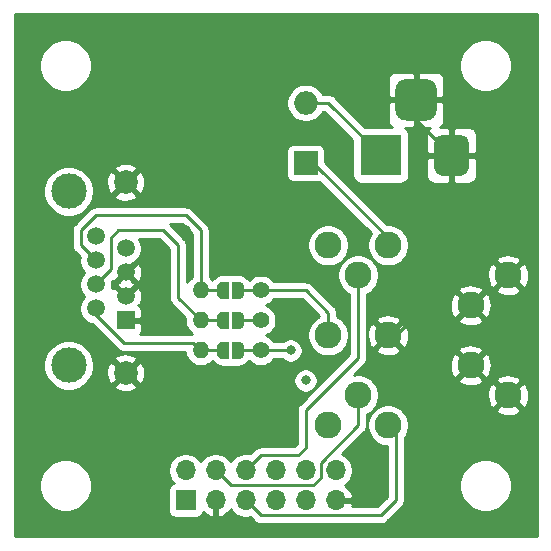
<source format=gbl>
G04 #@! TF.GenerationSoftware,KiCad,Pcbnew,(5.1.8)-1*
G04 #@! TF.CreationDate,2022-12-13T18:59:25+09:00*
G04 #@! TF.ProjectId,DIN8RJ45,44494e38-524a-4343-952e-6b696361645f,rev?*
G04 #@! TF.SameCoordinates,PX9157080PY791ddc0*
G04 #@! TF.FileFunction,Copper,L2,Bot*
G04 #@! TF.FilePolarity,Positive*
%FSLAX46Y46*%
G04 Gerber Fmt 4.6, Leading zero omitted, Abs format (unit mm)*
G04 Created by KiCad (PCBNEW (5.1.8)-1) date 2022-12-13 18:59:25*
%MOMM*%
%LPD*%
G01*
G04 APERTURE LIST*
G04 #@! TA.AperFunction,ComponentPad*
%ADD10C,2.000000*%
G04 #@! TD*
G04 #@! TA.AperFunction,ComponentPad*
%ADD11C,1.500000*%
G04 #@! TD*
G04 #@! TA.AperFunction,ComponentPad*
%ADD12R,1.500000X1.500000*%
G04 #@! TD*
G04 #@! TA.AperFunction,WasherPad*
%ADD13C,3.000000*%
G04 #@! TD*
G04 #@! TA.AperFunction,ComponentPad*
%ADD14C,2.283000*%
G04 #@! TD*
G04 #@! TA.AperFunction,SMDPad,CuDef*
%ADD15C,0.100000*%
G04 #@! TD*
G04 #@! TA.AperFunction,ComponentPad*
%ADD16O,1.400000X1.400000*%
G04 #@! TD*
G04 #@! TA.AperFunction,ComponentPad*
%ADD17C,1.400000*%
G04 #@! TD*
G04 #@! TA.AperFunction,ComponentPad*
%ADD18O,2.000000X2.000000*%
G04 #@! TD*
G04 #@! TA.AperFunction,ComponentPad*
%ADD19R,2.000000X2.000000*%
G04 #@! TD*
G04 #@! TA.AperFunction,ComponentPad*
%ADD20O,1.700000X1.700000*%
G04 #@! TD*
G04 #@! TA.AperFunction,ComponentPad*
%ADD21R,1.700000X1.700000*%
G04 #@! TD*
G04 #@! TA.AperFunction,ComponentPad*
%ADD22R,3.500000X3.500000*%
G04 #@! TD*
G04 #@! TA.AperFunction,ViaPad*
%ADD23C,0.800000*%
G04 #@! TD*
G04 #@! TA.AperFunction,Conductor*
%ADD24C,0.250000*%
G04 #@! TD*
G04 #@! TA.AperFunction,Conductor*
%ADD25C,0.254000*%
G04 #@! TD*
G04 #@! TA.AperFunction,Conductor*
%ADD26C,0.100000*%
G04 #@! TD*
G04 APERTURE END LIST*
D10*
X10160000Y30734000D03*
X10160000Y14605000D03*
D11*
X7620000Y26162000D03*
X7620000Y20066000D03*
X10160000Y21082000D03*
X7620000Y22098000D03*
X10160000Y23114000D03*
X7620000Y24130000D03*
X10160000Y25146000D03*
D12*
X10160000Y19050000D03*
D13*
X5334000Y29972000D03*
X5334000Y15240000D03*
D14*
X39370000Y20320000D03*
X39370000Y15240000D03*
X42545000Y22860000D03*
X42545000Y12700000D03*
X27305000Y17780000D03*
X27305000Y10160000D03*
X27305000Y25400000D03*
X29845000Y12700000D03*
X29845000Y22860000D03*
X32385000Y10160000D03*
X32385000Y25400000D03*
X32385000Y17780000D03*
G04 #@! TA.AperFunction,SMDPad,CuDef*
D15*
G36*
X19700000Y19799398D02*
G01*
X19724534Y19799398D01*
X19773365Y19794588D01*
X19821490Y19785016D01*
X19868445Y19770772D01*
X19913778Y19751995D01*
X19957051Y19728864D01*
X19997850Y19701604D01*
X20035779Y19670476D01*
X20070476Y19635779D01*
X20101604Y19597850D01*
X20128864Y19557051D01*
X20151995Y19513778D01*
X20170772Y19468445D01*
X20185016Y19421490D01*
X20194588Y19373365D01*
X20199398Y19324534D01*
X20199398Y19300000D01*
X20200000Y19300000D01*
X20200000Y18800000D01*
X20199398Y18800000D01*
X20199398Y18775466D01*
X20194588Y18726635D01*
X20185016Y18678510D01*
X20170772Y18631555D01*
X20151995Y18586222D01*
X20128864Y18542949D01*
X20101604Y18502150D01*
X20070476Y18464221D01*
X20035779Y18429524D01*
X19997850Y18398396D01*
X19957051Y18371136D01*
X19913778Y18348005D01*
X19868445Y18329228D01*
X19821490Y18314984D01*
X19773365Y18305412D01*
X19724534Y18300602D01*
X19700000Y18300602D01*
X19700000Y18300000D01*
X19200000Y18300000D01*
X19200000Y19800000D01*
X19700000Y19800000D01*
X19700000Y19799398D01*
G37*
G04 #@! TD.AperFunction*
G04 #@! TA.AperFunction,SMDPad,CuDef*
G36*
X18900000Y18300000D02*
G01*
X18400000Y18300000D01*
X18400000Y18300602D01*
X18375466Y18300602D01*
X18326635Y18305412D01*
X18278510Y18314984D01*
X18231555Y18329228D01*
X18186222Y18348005D01*
X18142949Y18371136D01*
X18102150Y18398396D01*
X18064221Y18429524D01*
X18029524Y18464221D01*
X17998396Y18502150D01*
X17971136Y18542949D01*
X17948005Y18586222D01*
X17929228Y18631555D01*
X17914984Y18678510D01*
X17905412Y18726635D01*
X17900602Y18775466D01*
X17900602Y18800000D01*
X17900000Y18800000D01*
X17900000Y19300000D01*
X17900602Y19300000D01*
X17900602Y19324534D01*
X17905412Y19373365D01*
X17914984Y19421490D01*
X17929228Y19468445D01*
X17948005Y19513778D01*
X17971136Y19557051D01*
X17998396Y19597850D01*
X18029524Y19635779D01*
X18064221Y19670476D01*
X18102150Y19701604D01*
X18142949Y19728864D01*
X18186222Y19751995D01*
X18231555Y19770772D01*
X18278510Y19785016D01*
X18326635Y19794588D01*
X18375466Y19799398D01*
X18400000Y19799398D01*
X18400000Y19800000D01*
X18900000Y19800000D01*
X18900000Y18300000D01*
G37*
G04 #@! TD.AperFunction*
G04 #@! TA.AperFunction,SMDPad,CuDef*
G36*
X19700000Y17259398D02*
G01*
X19724534Y17259398D01*
X19773365Y17254588D01*
X19821490Y17245016D01*
X19868445Y17230772D01*
X19913778Y17211995D01*
X19957051Y17188864D01*
X19997850Y17161604D01*
X20035779Y17130476D01*
X20070476Y17095779D01*
X20101604Y17057850D01*
X20128864Y17017051D01*
X20151995Y16973778D01*
X20170772Y16928445D01*
X20185016Y16881490D01*
X20194588Y16833365D01*
X20199398Y16784534D01*
X20199398Y16760000D01*
X20200000Y16760000D01*
X20200000Y16260000D01*
X20199398Y16260000D01*
X20199398Y16235466D01*
X20194588Y16186635D01*
X20185016Y16138510D01*
X20170772Y16091555D01*
X20151995Y16046222D01*
X20128864Y16002949D01*
X20101604Y15962150D01*
X20070476Y15924221D01*
X20035779Y15889524D01*
X19997850Y15858396D01*
X19957051Y15831136D01*
X19913778Y15808005D01*
X19868445Y15789228D01*
X19821490Y15774984D01*
X19773365Y15765412D01*
X19724534Y15760602D01*
X19700000Y15760602D01*
X19700000Y15760000D01*
X19200000Y15760000D01*
X19200000Y17260000D01*
X19700000Y17260000D01*
X19700000Y17259398D01*
G37*
G04 #@! TD.AperFunction*
G04 #@! TA.AperFunction,SMDPad,CuDef*
G36*
X18900000Y15760000D02*
G01*
X18400000Y15760000D01*
X18400000Y15760602D01*
X18375466Y15760602D01*
X18326635Y15765412D01*
X18278510Y15774984D01*
X18231555Y15789228D01*
X18186222Y15808005D01*
X18142949Y15831136D01*
X18102150Y15858396D01*
X18064221Y15889524D01*
X18029524Y15924221D01*
X17998396Y15962150D01*
X17971136Y16002949D01*
X17948005Y16046222D01*
X17929228Y16091555D01*
X17914984Y16138510D01*
X17905412Y16186635D01*
X17900602Y16235466D01*
X17900602Y16260000D01*
X17900000Y16260000D01*
X17900000Y16760000D01*
X17900602Y16760000D01*
X17900602Y16784534D01*
X17905412Y16833365D01*
X17914984Y16881490D01*
X17929228Y16928445D01*
X17948005Y16973778D01*
X17971136Y17017051D01*
X17998396Y17057850D01*
X18029524Y17095779D01*
X18064221Y17130476D01*
X18102150Y17161604D01*
X18142949Y17188864D01*
X18186222Y17211995D01*
X18231555Y17230772D01*
X18278510Y17245016D01*
X18326635Y17254588D01*
X18375466Y17259398D01*
X18400000Y17259398D01*
X18400000Y17260000D01*
X18900000Y17260000D01*
X18900000Y15760000D01*
G37*
G04 #@! TD.AperFunction*
D16*
X16510000Y21590000D03*
D17*
X21590000Y21590000D03*
D16*
X16510000Y19050000D03*
D17*
X21590000Y19050000D03*
D16*
X16510000Y16510000D03*
D17*
X21590000Y16510000D03*
G04 #@! TA.AperFunction,SMDPad,CuDef*
D15*
G36*
X19700000Y22339398D02*
G01*
X19724534Y22339398D01*
X19773365Y22334588D01*
X19821490Y22325016D01*
X19868445Y22310772D01*
X19913778Y22291995D01*
X19957051Y22268864D01*
X19997850Y22241604D01*
X20035779Y22210476D01*
X20070476Y22175779D01*
X20101604Y22137850D01*
X20128864Y22097051D01*
X20151995Y22053778D01*
X20170772Y22008445D01*
X20185016Y21961490D01*
X20194588Y21913365D01*
X20199398Y21864534D01*
X20199398Y21840000D01*
X20200000Y21840000D01*
X20200000Y21340000D01*
X20199398Y21340000D01*
X20199398Y21315466D01*
X20194588Y21266635D01*
X20185016Y21218510D01*
X20170772Y21171555D01*
X20151995Y21126222D01*
X20128864Y21082949D01*
X20101604Y21042150D01*
X20070476Y21004221D01*
X20035779Y20969524D01*
X19997850Y20938396D01*
X19957051Y20911136D01*
X19913778Y20888005D01*
X19868445Y20869228D01*
X19821490Y20854984D01*
X19773365Y20845412D01*
X19724534Y20840602D01*
X19700000Y20840602D01*
X19700000Y20840000D01*
X19200000Y20840000D01*
X19200000Y22340000D01*
X19700000Y22340000D01*
X19700000Y22339398D01*
G37*
G04 #@! TD.AperFunction*
G04 #@! TA.AperFunction,SMDPad,CuDef*
G36*
X18900000Y20840000D02*
G01*
X18400000Y20840000D01*
X18400000Y20840602D01*
X18375466Y20840602D01*
X18326635Y20845412D01*
X18278510Y20854984D01*
X18231555Y20869228D01*
X18186222Y20888005D01*
X18142949Y20911136D01*
X18102150Y20938396D01*
X18064221Y20969524D01*
X18029524Y21004221D01*
X17998396Y21042150D01*
X17971136Y21082949D01*
X17948005Y21126222D01*
X17929228Y21171555D01*
X17914984Y21218510D01*
X17905412Y21266635D01*
X17900602Y21315466D01*
X17900602Y21340000D01*
X17900000Y21340000D01*
X17900000Y21840000D01*
X17900602Y21840000D01*
X17900602Y21864534D01*
X17905412Y21913365D01*
X17914984Y21961490D01*
X17929228Y22008445D01*
X17948005Y22053778D01*
X17971136Y22097051D01*
X17998396Y22137850D01*
X18029524Y22175779D01*
X18064221Y22210476D01*
X18102150Y22241604D01*
X18142949Y22268864D01*
X18186222Y22291995D01*
X18231555Y22310772D01*
X18278510Y22325016D01*
X18326635Y22334588D01*
X18375466Y22339398D01*
X18400000Y22339398D01*
X18400000Y22340000D01*
X18900000Y22340000D01*
X18900000Y20840000D01*
G37*
G04 #@! TD.AperFunction*
D18*
X25400000Y37465000D03*
D19*
X25400000Y32385000D03*
D20*
X27940000Y6350000D03*
X27940000Y3810000D03*
X25400000Y6350000D03*
X25400000Y3810000D03*
X22860000Y6350000D03*
X22860000Y3810000D03*
X20320000Y6350000D03*
X20320000Y3810000D03*
X17780000Y6350000D03*
X17780000Y3810000D03*
X15240000Y6350000D03*
D21*
X15240000Y3810000D03*
D22*
X31750000Y33020000D03*
G04 #@! TA.AperFunction,ComponentPad*
G36*
G01*
X39250000Y34020000D02*
X39250000Y32020000D01*
G75*
G02*
X38500000Y31270000I-750000J0D01*
G01*
X37000000Y31270000D01*
G75*
G02*
X36250000Y32020000I0J750000D01*
G01*
X36250000Y34020000D01*
G75*
G02*
X37000000Y34770000I750000J0D01*
G01*
X38500000Y34770000D01*
G75*
G02*
X39250000Y34020000I0J-750000D01*
G01*
G37*
G04 #@! TD.AperFunction*
G04 #@! TA.AperFunction,ComponentPad*
G36*
G01*
X36500000Y38595000D02*
X36500000Y36845000D01*
G75*
G02*
X35625000Y35970000I-875000J0D01*
G01*
X33875000Y35970000D01*
G75*
G02*
X33000000Y36845000I0J875000D01*
G01*
X33000000Y38595000D01*
G75*
G02*
X33875000Y39470000I875000J0D01*
G01*
X35625000Y39470000D01*
G75*
G02*
X36500000Y38595000I0J-875000D01*
G01*
G37*
G04 #@! TD.AperFunction*
D23*
X20955000Y26670000D03*
X15240000Y26670000D03*
X24130000Y16510000D03*
X25400000Y13970000D03*
D24*
X34750000Y36020000D02*
X37750000Y33020000D01*
X34750000Y37720000D02*
X34750000Y36020000D01*
X37750000Y22510000D02*
X33020000Y17780000D01*
X37750000Y33020000D02*
X37750000Y22510000D01*
X7620000Y19998998D02*
X7620000Y20066000D01*
X19050000Y5080000D02*
X17780000Y6350000D01*
X29845000Y12700000D02*
X29845000Y10160000D01*
X29845000Y10160000D02*
X26670000Y6985000D01*
X26670000Y5715000D02*
X26035000Y5080000D01*
X26670000Y6985000D02*
X26670000Y5715000D01*
X26035000Y5080000D02*
X19050000Y5080000D01*
X19700000Y16510000D02*
X21590000Y16510000D01*
X21590000Y19050000D02*
X19700000Y19050000D01*
X19700000Y21590000D02*
X21590000Y21590000D01*
X26035000Y32385000D02*
X33020000Y25400000D01*
X25400000Y32385000D02*
X26035000Y32385000D01*
X31115000Y32385000D02*
X31750000Y33020000D01*
X27305000Y37465000D02*
X31750000Y33020000D01*
X25400000Y37465000D02*
X27305000Y37465000D01*
X18400000Y21590000D02*
X16510000Y21590000D01*
X10668000Y21590000D02*
X10160000Y21082000D01*
X29845000Y15875000D02*
X29845000Y22860000D01*
X24765000Y7620000D02*
X25400000Y8255000D01*
X21590000Y7620000D02*
X24765000Y7620000D01*
X25400000Y11430000D02*
X29845000Y15875000D01*
X25400000Y8255000D02*
X25400000Y11430000D01*
X20320000Y6350000D02*
X21590000Y7620000D01*
X21590000Y16510000D02*
X24130000Y16510000D01*
X27305000Y19685000D02*
X27305000Y17780000D01*
X25400000Y21590000D02*
X27305000Y19685000D01*
X21590000Y21590000D02*
X25400000Y21590000D01*
X6350000Y25400000D02*
X7620000Y24130000D01*
X6350000Y26670000D02*
X6350000Y25400000D01*
X7620000Y27940000D02*
X6350000Y26670000D01*
X15240000Y27940000D02*
X7620000Y27940000D01*
X16510000Y26670000D02*
X15240000Y27940000D01*
X16510000Y21590000D02*
X16510000Y26670000D01*
X18400000Y19050000D02*
X16510000Y19050000D01*
X7620000Y22098000D02*
X8890000Y23368000D01*
X8890000Y23368000D02*
X8890000Y26035000D01*
X8890000Y26035000D02*
X9525000Y26670000D01*
X9525000Y26670000D02*
X13335000Y26670000D01*
X13335000Y26670000D02*
X14605000Y25400000D01*
X14605000Y25400000D02*
X14605000Y20955000D01*
X14605000Y20955000D02*
X16510000Y19050000D01*
X18400000Y16510000D02*
X16510000Y16510000D01*
X7620000Y19504998D02*
X7620000Y20066000D01*
X9979998Y17145000D02*
X7620000Y19504998D01*
X15875000Y17145000D02*
X9979998Y17145000D01*
X16510000Y16510000D02*
X15875000Y17145000D01*
X33020000Y10160000D02*
X33020000Y3810000D01*
X33020000Y3810000D02*
X31750000Y2540000D01*
X31750000Y2540000D02*
X21590000Y2540000D01*
X21590000Y2540000D02*
X20320000Y3810000D01*
D25*
X44958000Y762000D02*
X762000Y762000D01*
X762000Y5300128D01*
X2845000Y5300128D01*
X2845000Y4859872D01*
X2930890Y4428075D01*
X3099369Y4021331D01*
X3343962Y3655271D01*
X3655271Y3343962D01*
X4021331Y3099369D01*
X4428075Y2930890D01*
X4859872Y2845000D01*
X5300128Y2845000D01*
X5731925Y2930890D01*
X6138669Y3099369D01*
X6504729Y3343962D01*
X6816038Y3655271D01*
X7060631Y4021331D01*
X7229110Y4428075D01*
X7275242Y4660000D01*
X13751928Y4660000D01*
X13751928Y2960000D01*
X13764188Y2835518D01*
X13800498Y2715820D01*
X13859463Y2605506D01*
X13938815Y2508815D01*
X14035506Y2429463D01*
X14145820Y2370498D01*
X14265518Y2334188D01*
X14390000Y2321928D01*
X16090000Y2321928D01*
X16214482Y2334188D01*
X16334180Y2370498D01*
X16444494Y2429463D01*
X16541185Y2508815D01*
X16620537Y2605506D01*
X16679502Y2715820D01*
X16703966Y2796466D01*
X16779731Y2712412D01*
X17013080Y2538359D01*
X17275901Y2413175D01*
X17423110Y2368524D01*
X17653000Y2489845D01*
X17653000Y3683000D01*
X17633000Y3683000D01*
X17633000Y3937000D01*
X17653000Y3937000D01*
X17653000Y3957000D01*
X17907000Y3957000D01*
X17907000Y3937000D01*
X17927000Y3937000D01*
X17927000Y3683000D01*
X17907000Y3683000D01*
X17907000Y2489845D01*
X18136890Y2368524D01*
X18284099Y2413175D01*
X18546920Y2538359D01*
X18780269Y2712412D01*
X18975178Y2928645D01*
X19044805Y3045534D01*
X19166525Y2863368D01*
X19373368Y2656525D01*
X19616589Y2494010D01*
X19886842Y2382068D01*
X20173740Y2325000D01*
X20466260Y2325000D01*
X20686408Y2368790D01*
X21026201Y2028997D01*
X21049999Y1999999D01*
X21165724Y1905026D01*
X21297753Y1834454D01*
X21441014Y1790997D01*
X21552667Y1780000D01*
X21552676Y1780000D01*
X21589999Y1776324D01*
X21627322Y1780000D01*
X31712678Y1780000D01*
X31750000Y1776324D01*
X31787322Y1780000D01*
X31787333Y1780000D01*
X31898986Y1790997D01*
X32042247Y1834454D01*
X32174276Y1905026D01*
X32290001Y1999999D01*
X32313804Y2029003D01*
X33531003Y3246201D01*
X33560001Y3269999D01*
X33654974Y3385724D01*
X33725546Y3517753D01*
X33769003Y3661014D01*
X33780000Y3772667D01*
X33780000Y3772676D01*
X33783676Y3809999D01*
X33780000Y3847322D01*
X33780000Y5300128D01*
X38405000Y5300128D01*
X38405000Y4859872D01*
X38490890Y4428075D01*
X38659369Y4021331D01*
X38903962Y3655271D01*
X39215271Y3343962D01*
X39581331Y3099369D01*
X39988075Y2930890D01*
X40419872Y2845000D01*
X40860128Y2845000D01*
X41291925Y2930890D01*
X41698669Y3099369D01*
X42064729Y3343962D01*
X42376038Y3655271D01*
X42620631Y4021331D01*
X42789110Y4428075D01*
X42875000Y4859872D01*
X42875000Y5300128D01*
X42789110Y5731925D01*
X42620631Y6138669D01*
X42376038Y6504729D01*
X42064729Y6816038D01*
X41698669Y7060631D01*
X41291925Y7229110D01*
X40860128Y7315000D01*
X40419872Y7315000D01*
X39988075Y7229110D01*
X39581331Y7060631D01*
X39215271Y6816038D01*
X38903962Y6504729D01*
X38659369Y6138669D01*
X38490890Y5731925D01*
X38405000Y5300128D01*
X33780000Y5300128D01*
X33780000Y9050149D01*
X33959314Y9318512D01*
X34093230Y9641814D01*
X34161500Y9985030D01*
X34161500Y10334970D01*
X34093230Y10678186D01*
X33959314Y11001488D01*
X33764898Y11292453D01*
X33593642Y11463709D01*
X41488314Y11463709D01*
X41601150Y11184838D01*
X41914880Y11029815D01*
X42252825Y10938977D01*
X42601998Y10915815D01*
X42948980Y10961217D01*
X43280437Y11073440D01*
X43488850Y11184838D01*
X43601686Y11463709D01*
X42545000Y12520395D01*
X41488314Y11463709D01*
X33593642Y11463709D01*
X33517453Y11539898D01*
X33226488Y11734314D01*
X32903186Y11868230D01*
X32559970Y11936500D01*
X32210030Y11936500D01*
X31866814Y11868230D01*
X31543512Y11734314D01*
X31252547Y11539898D01*
X31005102Y11292453D01*
X30810686Y11001488D01*
X30676770Y10678186D01*
X30608500Y10334970D01*
X30608500Y10161786D01*
X30605000Y10197322D01*
X30605000Y11091933D01*
X30686488Y11125686D01*
X30977453Y11320102D01*
X31224898Y11567547D01*
X31419314Y11858512D01*
X31553230Y12181814D01*
X31621500Y12525030D01*
X31621500Y12643002D01*
X40760815Y12643002D01*
X40806217Y12296020D01*
X40918440Y11964563D01*
X41029838Y11756150D01*
X41308709Y11643314D01*
X42365395Y12700000D01*
X42724605Y12700000D01*
X43781291Y11643314D01*
X44060162Y11756150D01*
X44215185Y12069880D01*
X44306023Y12407825D01*
X44329185Y12756998D01*
X44283783Y13103980D01*
X44171560Y13435437D01*
X44060162Y13643850D01*
X43781291Y13756686D01*
X42724605Y12700000D01*
X42365395Y12700000D01*
X41308709Y13756686D01*
X41029838Y13643850D01*
X40874815Y13330120D01*
X40783977Y12992175D01*
X40760815Y12643002D01*
X31621500Y12643002D01*
X31621500Y12874970D01*
X31553230Y13218186D01*
X31419314Y13541488D01*
X31224898Y13832453D01*
X31053642Y14003709D01*
X38313314Y14003709D01*
X38426150Y13724838D01*
X38739880Y13569815D01*
X39077825Y13478977D01*
X39426998Y13455815D01*
X39773980Y13501217D01*
X40105437Y13613440D01*
X40313850Y13724838D01*
X40399407Y13936291D01*
X41488314Y13936291D01*
X42545000Y12879605D01*
X43601686Y13936291D01*
X43488850Y14215162D01*
X43175120Y14370185D01*
X42837175Y14461023D01*
X42488002Y14484185D01*
X42141020Y14438783D01*
X41809563Y14326560D01*
X41601150Y14215162D01*
X41488314Y13936291D01*
X40399407Y13936291D01*
X40426686Y14003709D01*
X39370000Y15060395D01*
X38313314Y14003709D01*
X31053642Y14003709D01*
X30977453Y14079898D01*
X30686488Y14274314D01*
X30363186Y14408230D01*
X30019970Y14476500D01*
X29670030Y14476500D01*
X29484372Y14439570D01*
X30227804Y15183002D01*
X37585815Y15183002D01*
X37631217Y14836020D01*
X37743440Y14504563D01*
X37854838Y14296150D01*
X38133709Y14183314D01*
X39190395Y15240000D01*
X39549605Y15240000D01*
X40606291Y14183314D01*
X40885162Y14296150D01*
X41040185Y14609880D01*
X41131023Y14947825D01*
X41154185Y15296998D01*
X41108783Y15643980D01*
X40996560Y15975437D01*
X40885162Y16183850D01*
X40606291Y16296686D01*
X39549605Y15240000D01*
X39190395Y15240000D01*
X38133709Y16296686D01*
X37854838Y16183850D01*
X37699815Y15870120D01*
X37608977Y15532175D01*
X37585815Y15183002D01*
X30227804Y15183002D01*
X30356004Y15311202D01*
X30385001Y15334999D01*
X30479974Y15450724D01*
X30550546Y15582753D01*
X30594003Y15726014D01*
X30605000Y15837667D01*
X30605000Y15837676D01*
X30608676Y15874999D01*
X30605000Y15912322D01*
X30605000Y16543709D01*
X31328314Y16543709D01*
X31441150Y16264838D01*
X31754880Y16109815D01*
X32092825Y16018977D01*
X32441998Y15995815D01*
X32788980Y16041217D01*
X33120437Y16153440D01*
X33328850Y16264838D01*
X33414407Y16476291D01*
X38313314Y16476291D01*
X39370000Y15419605D01*
X40426686Y16476291D01*
X40313850Y16755162D01*
X40000120Y16910185D01*
X39662175Y17001023D01*
X39313002Y17024185D01*
X38966020Y16978783D01*
X38634563Y16866560D01*
X38426150Y16755162D01*
X38313314Y16476291D01*
X33414407Y16476291D01*
X33441686Y16543709D01*
X32385000Y17600395D01*
X31328314Y16543709D01*
X30605000Y16543709D01*
X30605000Y17691018D01*
X30646217Y17376020D01*
X30758440Y17044563D01*
X30869838Y16836150D01*
X31148709Y16723314D01*
X32205395Y17780000D01*
X32564605Y17780000D01*
X33621291Y16723314D01*
X33900162Y16836150D01*
X34055185Y17149880D01*
X34146023Y17487825D01*
X34169185Y17836998D01*
X34123783Y18183980D01*
X34011560Y18515437D01*
X33900162Y18723850D01*
X33621291Y18836686D01*
X32564605Y17780000D01*
X32205395Y17780000D01*
X31148709Y18836686D01*
X30869838Y18723850D01*
X30714815Y18410120D01*
X30623977Y18072175D01*
X30605000Y17786092D01*
X30605000Y19016291D01*
X31328314Y19016291D01*
X32385000Y17959605D01*
X33441686Y19016291D01*
X33414408Y19083709D01*
X38313314Y19083709D01*
X38426150Y18804838D01*
X38739880Y18649815D01*
X39077825Y18558977D01*
X39426998Y18535815D01*
X39773980Y18581217D01*
X40105437Y18693440D01*
X40313850Y18804838D01*
X40426686Y19083709D01*
X39370000Y20140395D01*
X38313314Y19083709D01*
X33414408Y19083709D01*
X33328850Y19295162D01*
X33015120Y19450185D01*
X32677175Y19541023D01*
X32328002Y19564185D01*
X31981020Y19518783D01*
X31649563Y19406560D01*
X31441150Y19295162D01*
X31328314Y19016291D01*
X30605000Y19016291D01*
X30605000Y20263002D01*
X37585815Y20263002D01*
X37631217Y19916020D01*
X37743440Y19584563D01*
X37854838Y19376150D01*
X38133709Y19263314D01*
X39190395Y20320000D01*
X39549605Y20320000D01*
X40606291Y19263314D01*
X40885162Y19376150D01*
X41040185Y19689880D01*
X41131023Y20027825D01*
X41154185Y20376998D01*
X41108783Y20723980D01*
X40996560Y21055437D01*
X40885162Y21263850D01*
X40606291Y21376686D01*
X39549605Y20320000D01*
X39190395Y20320000D01*
X38133709Y21376686D01*
X37854838Y21263850D01*
X37699815Y20950120D01*
X37608977Y20612175D01*
X37585815Y20263002D01*
X30605000Y20263002D01*
X30605000Y21251933D01*
X30686488Y21285686D01*
X30977453Y21480102D01*
X31053642Y21556291D01*
X38313314Y21556291D01*
X39370000Y20499605D01*
X40426686Y21556291D01*
X40399408Y21623709D01*
X41488314Y21623709D01*
X41601150Y21344838D01*
X41914880Y21189815D01*
X42252825Y21098977D01*
X42601998Y21075815D01*
X42948980Y21121217D01*
X43280437Y21233440D01*
X43488850Y21344838D01*
X43601686Y21623709D01*
X42545000Y22680395D01*
X41488314Y21623709D01*
X40399408Y21623709D01*
X40313850Y21835162D01*
X40000120Y21990185D01*
X39662175Y22081023D01*
X39313002Y22104185D01*
X38966020Y22058783D01*
X38634563Y21946560D01*
X38426150Y21835162D01*
X38313314Y21556291D01*
X31053642Y21556291D01*
X31224898Y21727547D01*
X31419314Y22018512D01*
X31553230Y22341814D01*
X31621500Y22685030D01*
X31621500Y22803002D01*
X40760815Y22803002D01*
X40806217Y22456020D01*
X40918440Y22124563D01*
X41029838Y21916150D01*
X41308709Y21803314D01*
X42365395Y22860000D01*
X42724605Y22860000D01*
X43781291Y21803314D01*
X44060162Y21916150D01*
X44215185Y22229880D01*
X44306023Y22567825D01*
X44329185Y22916998D01*
X44283783Y23263980D01*
X44171560Y23595437D01*
X44060162Y23803850D01*
X43781291Y23916686D01*
X42724605Y22860000D01*
X42365395Y22860000D01*
X41308709Y23916686D01*
X41029838Y23803850D01*
X40874815Y23490120D01*
X40783977Y23152175D01*
X40760815Y22803002D01*
X31621500Y22803002D01*
X31621500Y23034970D01*
X31553230Y23378186D01*
X31419314Y23701488D01*
X31224898Y23992453D01*
X30977453Y24239898D01*
X30686488Y24434314D01*
X30363186Y24568230D01*
X30019970Y24636500D01*
X29670030Y24636500D01*
X29326814Y24568230D01*
X29003512Y24434314D01*
X28712547Y24239898D01*
X28465102Y23992453D01*
X28270686Y23701488D01*
X28136770Y23378186D01*
X28068500Y23034970D01*
X28068500Y22685030D01*
X28136770Y22341814D01*
X28270686Y22018512D01*
X28465102Y21727547D01*
X28712547Y21480102D01*
X29003512Y21285686D01*
X29085001Y21251932D01*
X29085000Y16189802D01*
X24888998Y11993799D01*
X24860000Y11970001D01*
X24836202Y11941003D01*
X24836201Y11941002D01*
X24765026Y11854276D01*
X24694454Y11722246D01*
X24650998Y11578985D01*
X24636324Y11430000D01*
X24640001Y11392668D01*
X24640000Y8569802D01*
X24450199Y8380000D01*
X21627322Y8380000D01*
X21589999Y8383676D01*
X21552676Y8380000D01*
X21552667Y8380000D01*
X21441014Y8369003D01*
X21297753Y8325546D01*
X21165724Y8254974D01*
X21049999Y8160001D01*
X21026201Y8131003D01*
X20686408Y7791210D01*
X20466260Y7835000D01*
X20173740Y7835000D01*
X19886842Y7777932D01*
X19616589Y7665990D01*
X19373368Y7503475D01*
X19166525Y7296632D01*
X19050000Y7122240D01*
X18933475Y7296632D01*
X18726632Y7503475D01*
X18483411Y7665990D01*
X18213158Y7777932D01*
X17926260Y7835000D01*
X17633740Y7835000D01*
X17346842Y7777932D01*
X17076589Y7665990D01*
X16833368Y7503475D01*
X16626525Y7296632D01*
X16510000Y7122240D01*
X16393475Y7296632D01*
X16186632Y7503475D01*
X15943411Y7665990D01*
X15673158Y7777932D01*
X15386260Y7835000D01*
X15093740Y7835000D01*
X14806842Y7777932D01*
X14536589Y7665990D01*
X14293368Y7503475D01*
X14086525Y7296632D01*
X13924010Y7053411D01*
X13812068Y6783158D01*
X13755000Y6496260D01*
X13755000Y6203740D01*
X13812068Y5916842D01*
X13924010Y5646589D01*
X14086525Y5403368D01*
X14218380Y5271513D01*
X14145820Y5249502D01*
X14035506Y5190537D01*
X13938815Y5111185D01*
X13859463Y5014494D01*
X13800498Y4904180D01*
X13764188Y4784482D01*
X13751928Y4660000D01*
X7275242Y4660000D01*
X7315000Y4859872D01*
X7315000Y5300128D01*
X7229110Y5731925D01*
X7060631Y6138669D01*
X6816038Y6504729D01*
X6504729Y6816038D01*
X6138669Y7060631D01*
X5731925Y7229110D01*
X5300128Y7315000D01*
X4859872Y7315000D01*
X4428075Y7229110D01*
X4021331Y7060631D01*
X3655271Y6816038D01*
X3343962Y6504729D01*
X3099369Y6138669D01*
X2930890Y5731925D01*
X2845000Y5300128D01*
X762000Y5300128D01*
X762000Y15450279D01*
X3199000Y15450279D01*
X3199000Y15029721D01*
X3281047Y14617244D01*
X3441988Y14228698D01*
X3675637Y13879017D01*
X3973017Y13581637D01*
X4322698Y13347988D01*
X4711244Y13187047D01*
X5123721Y13105000D01*
X5544279Y13105000D01*
X5956756Y13187047D01*
X6345302Y13347988D01*
X6527288Y13469587D01*
X9204192Y13469587D01*
X9299956Y13205186D01*
X9589571Y13064296D01*
X9901108Y12982616D01*
X10222595Y12963282D01*
X10541675Y13007039D01*
X10846088Y13112205D01*
X11020044Y13205186D01*
X11115808Y13469587D01*
X10160000Y14425395D01*
X9204192Y13469587D01*
X6527288Y13469587D01*
X6694983Y13581637D01*
X6992363Y13879017D01*
X7226012Y14228698D01*
X7355953Y14542405D01*
X8518282Y14542405D01*
X8562039Y14223325D01*
X8667205Y13918912D01*
X8760186Y13744956D01*
X9024587Y13649192D01*
X9980395Y14605000D01*
X10339605Y14605000D01*
X11295413Y13649192D01*
X11559814Y13744956D01*
X11700704Y14034571D01*
X11710501Y14071939D01*
X24365000Y14071939D01*
X24365000Y13868061D01*
X24404774Y13668102D01*
X24482795Y13479744D01*
X24596063Y13310226D01*
X24740226Y13166063D01*
X24909744Y13052795D01*
X25098102Y12974774D01*
X25298061Y12935000D01*
X25501939Y12935000D01*
X25701898Y12974774D01*
X25890256Y13052795D01*
X26059774Y13166063D01*
X26203937Y13310226D01*
X26317205Y13479744D01*
X26395226Y13668102D01*
X26435000Y13868061D01*
X26435000Y14071939D01*
X26395226Y14271898D01*
X26317205Y14460256D01*
X26203937Y14629774D01*
X26059774Y14773937D01*
X25890256Y14887205D01*
X25701898Y14965226D01*
X25501939Y15005000D01*
X25298061Y15005000D01*
X25098102Y14965226D01*
X24909744Y14887205D01*
X24740226Y14773937D01*
X24596063Y14629774D01*
X24482795Y14460256D01*
X24404774Y14271898D01*
X24365000Y14071939D01*
X11710501Y14071939D01*
X11782384Y14346108D01*
X11801718Y14667595D01*
X11757961Y14986675D01*
X11652795Y15291088D01*
X11559814Y15465044D01*
X11295413Y15560808D01*
X10339605Y14605000D01*
X9980395Y14605000D01*
X9024587Y15560808D01*
X8760186Y15465044D01*
X8619296Y15175429D01*
X8537616Y14863892D01*
X8518282Y14542405D01*
X7355953Y14542405D01*
X7386953Y14617244D01*
X7469000Y15029721D01*
X7469000Y15450279D01*
X7411289Y15740413D01*
X9204192Y15740413D01*
X10160000Y14784605D01*
X11115808Y15740413D01*
X11020044Y16004814D01*
X10730429Y16145704D01*
X10418892Y16227384D01*
X10097405Y16246718D01*
X9778325Y16202961D01*
X9473912Y16097795D01*
X9299956Y16004814D01*
X9204192Y15740413D01*
X7411289Y15740413D01*
X7386953Y15862756D01*
X7226012Y16251302D01*
X6992363Y16600983D01*
X6694983Y16898363D01*
X6345302Y17132012D01*
X5956756Y17292953D01*
X5544279Y17375000D01*
X5123721Y17375000D01*
X4711244Y17292953D01*
X4322698Y17132012D01*
X3973017Y16898363D01*
X3675637Y16600983D01*
X3441988Y16251302D01*
X3281047Y15862756D01*
X3199000Y15450279D01*
X762000Y15450279D01*
X762000Y26670000D01*
X5586324Y26670000D01*
X5590000Y26632677D01*
X5590001Y25437333D01*
X5586324Y25400000D01*
X5600998Y25251015D01*
X5644454Y25107754D01*
X5715026Y24975724D01*
X5786201Y24888998D01*
X5810000Y24859999D01*
X5838998Y24836201D01*
X6263833Y24411365D01*
X6235000Y24266411D01*
X6235000Y23993589D01*
X6288225Y23726011D01*
X6392629Y23473957D01*
X6544201Y23247114D01*
X6677315Y23114000D01*
X6544201Y22980886D01*
X6392629Y22754043D01*
X6288225Y22501989D01*
X6235000Y22234411D01*
X6235000Y21961589D01*
X6288225Y21694011D01*
X6392629Y21441957D01*
X6544201Y21215114D01*
X6677315Y21082000D01*
X6544201Y20948886D01*
X6392629Y20722043D01*
X6288225Y20469989D01*
X6235000Y20202411D01*
X6235000Y19929589D01*
X6288225Y19662011D01*
X6392629Y19409957D01*
X6544201Y19183114D01*
X6737114Y18990201D01*
X6963957Y18838629D01*
X7216011Y18734225D01*
X7340793Y18709404D01*
X9416198Y16633998D01*
X9439997Y16604999D01*
X9555722Y16510026D01*
X9687751Y16439454D01*
X9831012Y16395997D01*
X9942665Y16385000D01*
X9942674Y16385000D01*
X9979997Y16381324D01*
X10017320Y16385000D01*
X15175000Y16385000D01*
X15175000Y16378514D01*
X15226304Y16120595D01*
X15326939Y15877641D01*
X15473038Y15658987D01*
X15658987Y15473038D01*
X15877641Y15326939D01*
X16120595Y15226304D01*
X16378514Y15175000D01*
X16641486Y15175000D01*
X16899405Y15226304D01*
X17142359Y15326939D01*
X17361013Y15473038D01*
X17480285Y15592310D01*
X17482958Y15588309D01*
X17562310Y15491618D01*
X17631618Y15422310D01*
X17728309Y15342958D01*
X17809808Y15288502D01*
X17920125Y15229536D01*
X18010681Y15192027D01*
X18130377Y15155718D01*
X18226510Y15136596D01*
X18350991Y15124336D01*
X18375550Y15124336D01*
X18400000Y15121928D01*
X18900000Y15121928D01*
X19024482Y15134188D01*
X19050000Y15141929D01*
X19075518Y15134188D01*
X19200000Y15121928D01*
X19700000Y15121928D01*
X19724450Y15124336D01*
X19749009Y15124336D01*
X19873490Y15136596D01*
X19969623Y15155718D01*
X20089319Y15192027D01*
X20179875Y15229536D01*
X20290192Y15288502D01*
X20371691Y15342958D01*
X20468382Y15422310D01*
X20537690Y15491618D01*
X20617042Y15588309D01*
X20619715Y15592310D01*
X20738987Y15473038D01*
X20957641Y15326939D01*
X21200595Y15226304D01*
X21458514Y15175000D01*
X21721486Y15175000D01*
X21979405Y15226304D01*
X22222359Y15326939D01*
X22441013Y15473038D01*
X22626962Y15658987D01*
X22687775Y15750000D01*
X23426289Y15750000D01*
X23470226Y15706063D01*
X23639744Y15592795D01*
X23828102Y15514774D01*
X24028061Y15475000D01*
X24231939Y15475000D01*
X24431898Y15514774D01*
X24620256Y15592795D01*
X24789774Y15706063D01*
X24933937Y15850226D01*
X25047205Y16019744D01*
X25125226Y16208102D01*
X25165000Y16408061D01*
X25165000Y16611939D01*
X25125226Y16811898D01*
X25047205Y17000256D01*
X24933937Y17169774D01*
X24789774Y17313937D01*
X24620256Y17427205D01*
X24431898Y17505226D01*
X24231939Y17545000D01*
X24028061Y17545000D01*
X23828102Y17505226D01*
X23639744Y17427205D01*
X23470226Y17313937D01*
X23426289Y17270000D01*
X22687775Y17270000D01*
X22626962Y17361013D01*
X22441013Y17546962D01*
X22222359Y17693061D01*
X22012470Y17780000D01*
X22222359Y17866939D01*
X22441013Y18013038D01*
X22626962Y18198987D01*
X22773061Y18417641D01*
X22873696Y18660595D01*
X22925000Y18918514D01*
X22925000Y19181486D01*
X22873696Y19439405D01*
X22773061Y19682359D01*
X22626962Y19901013D01*
X22441013Y20086962D01*
X22222359Y20233061D01*
X22012470Y20320000D01*
X22222359Y20406939D01*
X22441013Y20553038D01*
X22626962Y20738987D01*
X22687775Y20830000D01*
X25085199Y20830000D01*
X26532365Y19382834D01*
X26463512Y19354314D01*
X26172547Y19159898D01*
X25925102Y18912453D01*
X25730686Y18621488D01*
X25596770Y18298186D01*
X25528500Y17954970D01*
X25528500Y17605030D01*
X25596770Y17261814D01*
X25730686Y16938512D01*
X25925102Y16647547D01*
X26172547Y16400102D01*
X26463512Y16205686D01*
X26786814Y16071770D01*
X27130030Y16003500D01*
X27479970Y16003500D01*
X27823186Y16071770D01*
X28146488Y16205686D01*
X28437453Y16400102D01*
X28684898Y16647547D01*
X28879314Y16938512D01*
X29013230Y17261814D01*
X29081500Y17605030D01*
X29081500Y17954970D01*
X29013230Y18298186D01*
X28879314Y18621488D01*
X28684898Y18912453D01*
X28437453Y19159898D01*
X28146488Y19354314D01*
X28065000Y19388067D01*
X28065000Y19647677D01*
X28068676Y19685000D01*
X28065000Y19722323D01*
X28065000Y19722333D01*
X28054003Y19833986D01*
X28010546Y19977247D01*
X27939974Y20109276D01*
X27845001Y20225001D01*
X27816004Y20248798D01*
X25963804Y22100997D01*
X25940001Y22130001D01*
X25824276Y22224974D01*
X25692247Y22295546D01*
X25548986Y22339003D01*
X25437333Y22350000D01*
X25437322Y22350000D01*
X25400000Y22353676D01*
X25362678Y22350000D01*
X22687775Y22350000D01*
X22626962Y22441013D01*
X22441013Y22626962D01*
X22222359Y22773061D01*
X21979405Y22873696D01*
X21721486Y22925000D01*
X21458514Y22925000D01*
X21200595Y22873696D01*
X20957641Y22773061D01*
X20738987Y22626962D01*
X20619715Y22507690D01*
X20617042Y22511691D01*
X20537690Y22608382D01*
X20468382Y22677690D01*
X20371691Y22757042D01*
X20290192Y22811498D01*
X20179875Y22870464D01*
X20089319Y22907973D01*
X19969623Y22944282D01*
X19873490Y22963404D01*
X19749009Y22975664D01*
X19724450Y22975664D01*
X19700000Y22978072D01*
X19200000Y22978072D01*
X19075518Y22965812D01*
X19050000Y22958071D01*
X19024482Y22965812D01*
X18900000Y22978072D01*
X18400000Y22978072D01*
X18375550Y22975664D01*
X18350991Y22975664D01*
X18226510Y22963404D01*
X18130377Y22944282D01*
X18010681Y22907973D01*
X17920125Y22870464D01*
X17809808Y22811498D01*
X17728309Y22757042D01*
X17631618Y22677690D01*
X17562310Y22608382D01*
X17482958Y22511691D01*
X17480285Y22507690D01*
X17361013Y22626962D01*
X17270000Y22687775D01*
X17270000Y25574970D01*
X25528500Y25574970D01*
X25528500Y25225030D01*
X25596770Y24881814D01*
X25730686Y24558512D01*
X25925102Y24267547D01*
X26172547Y24020102D01*
X26463512Y23825686D01*
X26786814Y23691770D01*
X27130030Y23623500D01*
X27479970Y23623500D01*
X27823186Y23691770D01*
X28146488Y23825686D01*
X28437453Y24020102D01*
X28684898Y24267547D01*
X28879314Y24558512D01*
X29013230Y24881814D01*
X29081500Y25225030D01*
X29081500Y25574970D01*
X29013230Y25918186D01*
X28879314Y26241488D01*
X28684898Y26532453D01*
X28437453Y26779898D01*
X28146488Y26974314D01*
X27823186Y27108230D01*
X27479970Y27176500D01*
X27130030Y27176500D01*
X26786814Y27108230D01*
X26463512Y26974314D01*
X26172547Y26779898D01*
X25925102Y26532453D01*
X25730686Y26241488D01*
X25596770Y25918186D01*
X25528500Y25574970D01*
X17270000Y25574970D01*
X17270000Y26632678D01*
X17273676Y26670001D01*
X17270000Y26707324D01*
X17270000Y26707333D01*
X17259003Y26818986D01*
X17215546Y26962247D01*
X17144974Y27094276D01*
X17050001Y27210001D01*
X17021003Y27233799D01*
X15803804Y28450997D01*
X15780001Y28480001D01*
X15664276Y28574974D01*
X15532247Y28645546D01*
X15388986Y28689003D01*
X15277333Y28700000D01*
X15277322Y28700000D01*
X15240000Y28703676D01*
X15202678Y28700000D01*
X7657322Y28700000D01*
X7619999Y28703676D01*
X7582676Y28700000D01*
X7582667Y28700000D01*
X7471014Y28689003D01*
X7327753Y28645546D01*
X7195724Y28574974D01*
X7079999Y28480001D01*
X7056201Y28451003D01*
X5839003Y27233804D01*
X5809999Y27210001D01*
X5782506Y27176500D01*
X5715026Y27094276D01*
X5650905Y26974314D01*
X5644454Y26962246D01*
X5600997Y26818985D01*
X5590000Y26707332D01*
X5590000Y26707322D01*
X5586324Y26670000D01*
X762000Y26670000D01*
X762000Y30182279D01*
X3199000Y30182279D01*
X3199000Y29761721D01*
X3281047Y29349244D01*
X3441988Y28960698D01*
X3675637Y28611017D01*
X3973017Y28313637D01*
X4322698Y28079988D01*
X4711244Y27919047D01*
X5123721Y27837000D01*
X5544279Y27837000D01*
X5956756Y27919047D01*
X6345302Y28079988D01*
X6694983Y28313637D01*
X6992363Y28611017D01*
X7226012Y28960698D01*
X7386953Y29349244D01*
X7436550Y29598587D01*
X9204192Y29598587D01*
X9299956Y29334186D01*
X9589571Y29193296D01*
X9901108Y29111616D01*
X10222595Y29092282D01*
X10541675Y29136039D01*
X10846088Y29241205D01*
X11020044Y29334186D01*
X11115808Y29598587D01*
X10160000Y30554395D01*
X9204192Y29598587D01*
X7436550Y29598587D01*
X7469000Y29761721D01*
X7469000Y30182279D01*
X7386953Y30594756D01*
X7355204Y30671405D01*
X8518282Y30671405D01*
X8562039Y30352325D01*
X8667205Y30047912D01*
X8760186Y29873956D01*
X9024587Y29778192D01*
X9980395Y30734000D01*
X10339605Y30734000D01*
X11295413Y29778192D01*
X11559814Y29873956D01*
X11700704Y30163571D01*
X11782384Y30475108D01*
X11801718Y30796595D01*
X11757961Y31115675D01*
X11652795Y31420088D01*
X11559814Y31594044D01*
X11295413Y31689808D01*
X10339605Y30734000D01*
X9980395Y30734000D01*
X9024587Y31689808D01*
X8760186Y31594044D01*
X8619296Y31304429D01*
X8537616Y30992892D01*
X8518282Y30671405D01*
X7355204Y30671405D01*
X7226012Y30983302D01*
X6992363Y31332983D01*
X6694983Y31630363D01*
X6345302Y31864012D01*
X6332263Y31869413D01*
X9204192Y31869413D01*
X10160000Y30913605D01*
X11115808Y31869413D01*
X11020044Y32133814D01*
X10730429Y32274704D01*
X10418892Y32356384D01*
X10097405Y32375718D01*
X9778325Y32331961D01*
X9473912Y32226795D01*
X9299956Y32133814D01*
X9204192Y31869413D01*
X6332263Y31869413D01*
X5956756Y32024953D01*
X5544279Y32107000D01*
X5123721Y32107000D01*
X4711244Y32024953D01*
X4322698Y31864012D01*
X3973017Y31630363D01*
X3675637Y31332983D01*
X3441988Y30983302D01*
X3281047Y30594756D01*
X3199000Y30182279D01*
X762000Y30182279D01*
X762000Y33385000D01*
X23761928Y33385000D01*
X23761928Y31385000D01*
X23774188Y31260518D01*
X23810498Y31140820D01*
X23869463Y31030506D01*
X23948815Y30933815D01*
X24045506Y30854463D01*
X24155820Y30795498D01*
X24275518Y30759188D01*
X24400000Y30746928D01*
X26400000Y30746928D01*
X26524482Y30759188D01*
X26571690Y30773508D01*
X30928055Y26417143D01*
X30810686Y26241488D01*
X30676770Y25918186D01*
X30608500Y25574970D01*
X30608500Y25225030D01*
X30676770Y24881814D01*
X30810686Y24558512D01*
X31005102Y24267547D01*
X31252547Y24020102D01*
X31543512Y23825686D01*
X31866814Y23691770D01*
X32210030Y23623500D01*
X32559970Y23623500D01*
X32903186Y23691770D01*
X33226488Y23825686D01*
X33517453Y24020102D01*
X33593642Y24096291D01*
X41488314Y24096291D01*
X42545000Y23039605D01*
X43601686Y24096291D01*
X43488850Y24375162D01*
X43175120Y24530185D01*
X42837175Y24621023D01*
X42488002Y24644185D01*
X42141020Y24598783D01*
X41809563Y24486560D01*
X41601150Y24375162D01*
X41488314Y24096291D01*
X33593642Y24096291D01*
X33764898Y24267547D01*
X33959314Y24558512D01*
X34093230Y24881814D01*
X34161500Y25225030D01*
X34161500Y25574970D01*
X34093230Y25918186D01*
X33959314Y26241488D01*
X33764898Y26532453D01*
X33517453Y26779898D01*
X33226488Y26974314D01*
X32903186Y27108230D01*
X32559970Y27176500D01*
X32318302Y27176500D01*
X27038072Y32456729D01*
X27038072Y33385000D01*
X27025812Y33509482D01*
X26989502Y33629180D01*
X26930537Y33739494D01*
X26851185Y33836185D01*
X26754494Y33915537D01*
X26644180Y33974502D01*
X26524482Y34010812D01*
X26400000Y34023072D01*
X24400000Y34023072D01*
X24275518Y34010812D01*
X24155820Y33974502D01*
X24045506Y33915537D01*
X23948815Y33836185D01*
X23869463Y33739494D01*
X23810498Y33629180D01*
X23774188Y33509482D01*
X23761928Y33385000D01*
X762000Y33385000D01*
X762000Y37626033D01*
X23765000Y37626033D01*
X23765000Y37303967D01*
X23827832Y36988088D01*
X23951082Y36690537D01*
X24130013Y36422748D01*
X24357748Y36195013D01*
X24625537Y36016082D01*
X24923088Y35892832D01*
X25238967Y35830000D01*
X25561033Y35830000D01*
X25876912Y35892832D01*
X26174463Y36016082D01*
X26442252Y36195013D01*
X26669987Y36422748D01*
X26848918Y36690537D01*
X26854909Y36705000D01*
X26990199Y36705000D01*
X29361928Y34333270D01*
X29361928Y31270000D01*
X29374188Y31145518D01*
X29410498Y31025820D01*
X29469463Y30915506D01*
X29548815Y30818815D01*
X29645506Y30739463D01*
X29755820Y30680498D01*
X29875518Y30644188D01*
X30000000Y30631928D01*
X33500000Y30631928D01*
X33624482Y30644188D01*
X33744180Y30680498D01*
X33854494Y30739463D01*
X33951185Y30818815D01*
X34030537Y30915506D01*
X34089502Y31025820D01*
X34125812Y31145518D01*
X34138072Y31270000D01*
X35611928Y31270000D01*
X35624188Y31145518D01*
X35660498Y31025820D01*
X35719463Y30915506D01*
X35798815Y30818815D01*
X35895506Y30739463D01*
X36005820Y30680498D01*
X36125518Y30644188D01*
X36250000Y30631928D01*
X37464250Y30635000D01*
X37623000Y30793750D01*
X37623000Y32893000D01*
X37877000Y32893000D01*
X37877000Y30793750D01*
X38035750Y30635000D01*
X39250000Y30631928D01*
X39374482Y30644188D01*
X39494180Y30680498D01*
X39604494Y30739463D01*
X39701185Y30818815D01*
X39780537Y30915506D01*
X39839502Y31025820D01*
X39875812Y31145518D01*
X39888072Y31270000D01*
X39885000Y32734250D01*
X39726250Y32893000D01*
X37877000Y32893000D01*
X37623000Y32893000D01*
X35773750Y32893000D01*
X35615000Y32734250D01*
X35611928Y31270000D01*
X34138072Y31270000D01*
X34138072Y34770000D01*
X34125812Y34894482D01*
X34089502Y35014180D01*
X34030537Y35124494D01*
X33951185Y35221185D01*
X33854494Y35300537D01*
X33792655Y35333591D01*
X34464250Y35335000D01*
X34623000Y35493750D01*
X34623000Y37593000D01*
X34877000Y37593000D01*
X34877000Y35493750D01*
X35035750Y35335000D01*
X35956367Y35333069D01*
X35895506Y35300537D01*
X35798815Y35221185D01*
X35719463Y35124494D01*
X35660498Y35014180D01*
X35624188Y34894482D01*
X35611928Y34770000D01*
X35615000Y33305750D01*
X35773750Y33147000D01*
X37623000Y33147000D01*
X37623000Y35246250D01*
X37877000Y35246250D01*
X37877000Y33147000D01*
X39726250Y33147000D01*
X39885000Y33305750D01*
X39888072Y34770000D01*
X39875812Y34894482D01*
X39839502Y35014180D01*
X39780537Y35124494D01*
X39701185Y35221185D01*
X39604494Y35300537D01*
X39494180Y35359502D01*
X39374482Y35395812D01*
X39250000Y35408072D01*
X38035750Y35405000D01*
X37877000Y35246250D01*
X37623000Y35246250D01*
X37464250Y35405000D01*
X36793195Y35406698D01*
X36854494Y35439463D01*
X36951185Y35518815D01*
X37030537Y35615506D01*
X37089502Y35725820D01*
X37125812Y35845518D01*
X37138072Y35970000D01*
X37135000Y37434250D01*
X36976250Y37593000D01*
X34877000Y37593000D01*
X34623000Y37593000D01*
X32523750Y37593000D01*
X32365000Y37434250D01*
X32361928Y35970000D01*
X32374188Y35845518D01*
X32410498Y35725820D01*
X32469463Y35615506D01*
X32548815Y35518815D01*
X32645506Y35439463D01*
X32704233Y35408072D01*
X30436730Y35408072D01*
X27868804Y37975997D01*
X27845001Y38005001D01*
X27729276Y38099974D01*
X27597247Y38170546D01*
X27453986Y38214003D01*
X27342333Y38225000D01*
X27342322Y38225000D01*
X27305000Y38228676D01*
X27267678Y38225000D01*
X26854909Y38225000D01*
X26848918Y38239463D01*
X26669987Y38507252D01*
X26442252Y38734987D01*
X26174463Y38913918D01*
X25876912Y39037168D01*
X25561033Y39100000D01*
X25238967Y39100000D01*
X24923088Y39037168D01*
X24625537Y38913918D01*
X24357748Y38734987D01*
X24130013Y38507252D01*
X23951082Y38239463D01*
X23827832Y37941912D01*
X23765000Y37626033D01*
X762000Y37626033D01*
X762000Y40860128D01*
X2845000Y40860128D01*
X2845000Y40419872D01*
X2930890Y39988075D01*
X3099369Y39581331D01*
X3343962Y39215271D01*
X3655271Y38903962D01*
X4021331Y38659369D01*
X4428075Y38490890D01*
X4859872Y38405000D01*
X5300128Y38405000D01*
X5731925Y38490890D01*
X6138669Y38659369D01*
X6504729Y38903962D01*
X6816038Y39215271D01*
X6986242Y39470000D01*
X32361928Y39470000D01*
X32365000Y38005750D01*
X32523750Y37847000D01*
X34623000Y37847000D01*
X34623000Y39946250D01*
X34877000Y39946250D01*
X34877000Y37847000D01*
X36976250Y37847000D01*
X37135000Y38005750D01*
X37138072Y39470000D01*
X37125812Y39594482D01*
X37089502Y39714180D01*
X37030537Y39824494D01*
X36951185Y39921185D01*
X36854494Y40000537D01*
X36744180Y40059502D01*
X36624482Y40095812D01*
X36500000Y40108072D01*
X35035750Y40105000D01*
X34877000Y39946250D01*
X34623000Y39946250D01*
X34464250Y40105000D01*
X33000000Y40108072D01*
X32875518Y40095812D01*
X32755820Y40059502D01*
X32645506Y40000537D01*
X32548815Y39921185D01*
X32469463Y39824494D01*
X32410498Y39714180D01*
X32374188Y39594482D01*
X32361928Y39470000D01*
X6986242Y39470000D01*
X7060631Y39581331D01*
X7229110Y39988075D01*
X7315000Y40419872D01*
X7315000Y40860128D01*
X38405000Y40860128D01*
X38405000Y40419872D01*
X38490890Y39988075D01*
X38659369Y39581331D01*
X38903962Y39215271D01*
X39215271Y38903962D01*
X39581331Y38659369D01*
X39988075Y38490890D01*
X40419872Y38405000D01*
X40860128Y38405000D01*
X41291925Y38490890D01*
X41698669Y38659369D01*
X42064729Y38903962D01*
X42376038Y39215271D01*
X42620631Y39581331D01*
X42789110Y39988075D01*
X42875000Y40419872D01*
X42875000Y40860128D01*
X42789110Y41291925D01*
X42620631Y41698669D01*
X42376038Y42064729D01*
X42064729Y42376038D01*
X41698669Y42620631D01*
X41291925Y42789110D01*
X40860128Y42875000D01*
X40419872Y42875000D01*
X39988075Y42789110D01*
X39581331Y42620631D01*
X39215271Y42376038D01*
X38903962Y42064729D01*
X38659369Y41698669D01*
X38490890Y41291925D01*
X38405000Y40860128D01*
X7315000Y40860128D01*
X7229110Y41291925D01*
X7060631Y41698669D01*
X6816038Y42064729D01*
X6504729Y42376038D01*
X6138669Y42620631D01*
X5731925Y42789110D01*
X5300128Y42875000D01*
X4859872Y42875000D01*
X4428075Y42789110D01*
X4021331Y42620631D01*
X3655271Y42376038D01*
X3343962Y42064729D01*
X3099369Y41698669D01*
X2930890Y41291925D01*
X2845000Y40860128D01*
X762000Y40860128D01*
X762000Y44958000D01*
X44958000Y44958000D01*
X44958000Y762000D01*
G04 #@! TA.AperFunction,Conductor*
D26*
G36*
X44958000Y762000D02*
G01*
X762000Y762000D01*
X762000Y5300128D01*
X2845000Y5300128D01*
X2845000Y4859872D01*
X2930890Y4428075D01*
X3099369Y4021331D01*
X3343962Y3655271D01*
X3655271Y3343962D01*
X4021331Y3099369D01*
X4428075Y2930890D01*
X4859872Y2845000D01*
X5300128Y2845000D01*
X5731925Y2930890D01*
X6138669Y3099369D01*
X6504729Y3343962D01*
X6816038Y3655271D01*
X7060631Y4021331D01*
X7229110Y4428075D01*
X7275242Y4660000D01*
X13751928Y4660000D01*
X13751928Y2960000D01*
X13764188Y2835518D01*
X13800498Y2715820D01*
X13859463Y2605506D01*
X13938815Y2508815D01*
X14035506Y2429463D01*
X14145820Y2370498D01*
X14265518Y2334188D01*
X14390000Y2321928D01*
X16090000Y2321928D01*
X16214482Y2334188D01*
X16334180Y2370498D01*
X16444494Y2429463D01*
X16541185Y2508815D01*
X16620537Y2605506D01*
X16679502Y2715820D01*
X16703966Y2796466D01*
X16779731Y2712412D01*
X17013080Y2538359D01*
X17275901Y2413175D01*
X17423110Y2368524D01*
X17653000Y2489845D01*
X17653000Y3683000D01*
X17633000Y3683000D01*
X17633000Y3937000D01*
X17653000Y3937000D01*
X17653000Y3957000D01*
X17907000Y3957000D01*
X17907000Y3937000D01*
X17927000Y3937000D01*
X17927000Y3683000D01*
X17907000Y3683000D01*
X17907000Y2489845D01*
X18136890Y2368524D01*
X18284099Y2413175D01*
X18546920Y2538359D01*
X18780269Y2712412D01*
X18975178Y2928645D01*
X19044805Y3045534D01*
X19166525Y2863368D01*
X19373368Y2656525D01*
X19616589Y2494010D01*
X19886842Y2382068D01*
X20173740Y2325000D01*
X20466260Y2325000D01*
X20686408Y2368790D01*
X21026201Y2028997D01*
X21049999Y1999999D01*
X21165724Y1905026D01*
X21297753Y1834454D01*
X21441014Y1790997D01*
X21552667Y1780000D01*
X21552676Y1780000D01*
X21589999Y1776324D01*
X21627322Y1780000D01*
X31712678Y1780000D01*
X31750000Y1776324D01*
X31787322Y1780000D01*
X31787333Y1780000D01*
X31898986Y1790997D01*
X32042247Y1834454D01*
X32174276Y1905026D01*
X32290001Y1999999D01*
X32313804Y2029003D01*
X33531003Y3246201D01*
X33560001Y3269999D01*
X33654974Y3385724D01*
X33725546Y3517753D01*
X33769003Y3661014D01*
X33780000Y3772667D01*
X33780000Y3772676D01*
X33783676Y3809999D01*
X33780000Y3847322D01*
X33780000Y5300128D01*
X38405000Y5300128D01*
X38405000Y4859872D01*
X38490890Y4428075D01*
X38659369Y4021331D01*
X38903962Y3655271D01*
X39215271Y3343962D01*
X39581331Y3099369D01*
X39988075Y2930890D01*
X40419872Y2845000D01*
X40860128Y2845000D01*
X41291925Y2930890D01*
X41698669Y3099369D01*
X42064729Y3343962D01*
X42376038Y3655271D01*
X42620631Y4021331D01*
X42789110Y4428075D01*
X42875000Y4859872D01*
X42875000Y5300128D01*
X42789110Y5731925D01*
X42620631Y6138669D01*
X42376038Y6504729D01*
X42064729Y6816038D01*
X41698669Y7060631D01*
X41291925Y7229110D01*
X40860128Y7315000D01*
X40419872Y7315000D01*
X39988075Y7229110D01*
X39581331Y7060631D01*
X39215271Y6816038D01*
X38903962Y6504729D01*
X38659369Y6138669D01*
X38490890Y5731925D01*
X38405000Y5300128D01*
X33780000Y5300128D01*
X33780000Y9050149D01*
X33959314Y9318512D01*
X34093230Y9641814D01*
X34161500Y9985030D01*
X34161500Y10334970D01*
X34093230Y10678186D01*
X33959314Y11001488D01*
X33764898Y11292453D01*
X33593642Y11463709D01*
X41488314Y11463709D01*
X41601150Y11184838D01*
X41914880Y11029815D01*
X42252825Y10938977D01*
X42601998Y10915815D01*
X42948980Y10961217D01*
X43280437Y11073440D01*
X43488850Y11184838D01*
X43601686Y11463709D01*
X42545000Y12520395D01*
X41488314Y11463709D01*
X33593642Y11463709D01*
X33517453Y11539898D01*
X33226488Y11734314D01*
X32903186Y11868230D01*
X32559970Y11936500D01*
X32210030Y11936500D01*
X31866814Y11868230D01*
X31543512Y11734314D01*
X31252547Y11539898D01*
X31005102Y11292453D01*
X30810686Y11001488D01*
X30676770Y10678186D01*
X30608500Y10334970D01*
X30608500Y10161786D01*
X30605000Y10197322D01*
X30605000Y11091933D01*
X30686488Y11125686D01*
X30977453Y11320102D01*
X31224898Y11567547D01*
X31419314Y11858512D01*
X31553230Y12181814D01*
X31621500Y12525030D01*
X31621500Y12643002D01*
X40760815Y12643002D01*
X40806217Y12296020D01*
X40918440Y11964563D01*
X41029838Y11756150D01*
X41308709Y11643314D01*
X42365395Y12700000D01*
X42724605Y12700000D01*
X43781291Y11643314D01*
X44060162Y11756150D01*
X44215185Y12069880D01*
X44306023Y12407825D01*
X44329185Y12756998D01*
X44283783Y13103980D01*
X44171560Y13435437D01*
X44060162Y13643850D01*
X43781291Y13756686D01*
X42724605Y12700000D01*
X42365395Y12700000D01*
X41308709Y13756686D01*
X41029838Y13643850D01*
X40874815Y13330120D01*
X40783977Y12992175D01*
X40760815Y12643002D01*
X31621500Y12643002D01*
X31621500Y12874970D01*
X31553230Y13218186D01*
X31419314Y13541488D01*
X31224898Y13832453D01*
X31053642Y14003709D01*
X38313314Y14003709D01*
X38426150Y13724838D01*
X38739880Y13569815D01*
X39077825Y13478977D01*
X39426998Y13455815D01*
X39773980Y13501217D01*
X40105437Y13613440D01*
X40313850Y13724838D01*
X40399407Y13936291D01*
X41488314Y13936291D01*
X42545000Y12879605D01*
X43601686Y13936291D01*
X43488850Y14215162D01*
X43175120Y14370185D01*
X42837175Y14461023D01*
X42488002Y14484185D01*
X42141020Y14438783D01*
X41809563Y14326560D01*
X41601150Y14215162D01*
X41488314Y13936291D01*
X40399407Y13936291D01*
X40426686Y14003709D01*
X39370000Y15060395D01*
X38313314Y14003709D01*
X31053642Y14003709D01*
X30977453Y14079898D01*
X30686488Y14274314D01*
X30363186Y14408230D01*
X30019970Y14476500D01*
X29670030Y14476500D01*
X29484372Y14439570D01*
X30227804Y15183002D01*
X37585815Y15183002D01*
X37631217Y14836020D01*
X37743440Y14504563D01*
X37854838Y14296150D01*
X38133709Y14183314D01*
X39190395Y15240000D01*
X39549605Y15240000D01*
X40606291Y14183314D01*
X40885162Y14296150D01*
X41040185Y14609880D01*
X41131023Y14947825D01*
X41154185Y15296998D01*
X41108783Y15643980D01*
X40996560Y15975437D01*
X40885162Y16183850D01*
X40606291Y16296686D01*
X39549605Y15240000D01*
X39190395Y15240000D01*
X38133709Y16296686D01*
X37854838Y16183850D01*
X37699815Y15870120D01*
X37608977Y15532175D01*
X37585815Y15183002D01*
X30227804Y15183002D01*
X30356004Y15311202D01*
X30385001Y15334999D01*
X30479974Y15450724D01*
X30550546Y15582753D01*
X30594003Y15726014D01*
X30605000Y15837667D01*
X30605000Y15837676D01*
X30608676Y15874999D01*
X30605000Y15912322D01*
X30605000Y16543709D01*
X31328314Y16543709D01*
X31441150Y16264838D01*
X31754880Y16109815D01*
X32092825Y16018977D01*
X32441998Y15995815D01*
X32788980Y16041217D01*
X33120437Y16153440D01*
X33328850Y16264838D01*
X33414407Y16476291D01*
X38313314Y16476291D01*
X39370000Y15419605D01*
X40426686Y16476291D01*
X40313850Y16755162D01*
X40000120Y16910185D01*
X39662175Y17001023D01*
X39313002Y17024185D01*
X38966020Y16978783D01*
X38634563Y16866560D01*
X38426150Y16755162D01*
X38313314Y16476291D01*
X33414407Y16476291D01*
X33441686Y16543709D01*
X32385000Y17600395D01*
X31328314Y16543709D01*
X30605000Y16543709D01*
X30605000Y17691018D01*
X30646217Y17376020D01*
X30758440Y17044563D01*
X30869838Y16836150D01*
X31148709Y16723314D01*
X32205395Y17780000D01*
X32564605Y17780000D01*
X33621291Y16723314D01*
X33900162Y16836150D01*
X34055185Y17149880D01*
X34146023Y17487825D01*
X34169185Y17836998D01*
X34123783Y18183980D01*
X34011560Y18515437D01*
X33900162Y18723850D01*
X33621291Y18836686D01*
X32564605Y17780000D01*
X32205395Y17780000D01*
X31148709Y18836686D01*
X30869838Y18723850D01*
X30714815Y18410120D01*
X30623977Y18072175D01*
X30605000Y17786092D01*
X30605000Y19016291D01*
X31328314Y19016291D01*
X32385000Y17959605D01*
X33441686Y19016291D01*
X33414408Y19083709D01*
X38313314Y19083709D01*
X38426150Y18804838D01*
X38739880Y18649815D01*
X39077825Y18558977D01*
X39426998Y18535815D01*
X39773980Y18581217D01*
X40105437Y18693440D01*
X40313850Y18804838D01*
X40426686Y19083709D01*
X39370000Y20140395D01*
X38313314Y19083709D01*
X33414408Y19083709D01*
X33328850Y19295162D01*
X33015120Y19450185D01*
X32677175Y19541023D01*
X32328002Y19564185D01*
X31981020Y19518783D01*
X31649563Y19406560D01*
X31441150Y19295162D01*
X31328314Y19016291D01*
X30605000Y19016291D01*
X30605000Y20263002D01*
X37585815Y20263002D01*
X37631217Y19916020D01*
X37743440Y19584563D01*
X37854838Y19376150D01*
X38133709Y19263314D01*
X39190395Y20320000D01*
X39549605Y20320000D01*
X40606291Y19263314D01*
X40885162Y19376150D01*
X41040185Y19689880D01*
X41131023Y20027825D01*
X41154185Y20376998D01*
X41108783Y20723980D01*
X40996560Y21055437D01*
X40885162Y21263850D01*
X40606291Y21376686D01*
X39549605Y20320000D01*
X39190395Y20320000D01*
X38133709Y21376686D01*
X37854838Y21263850D01*
X37699815Y20950120D01*
X37608977Y20612175D01*
X37585815Y20263002D01*
X30605000Y20263002D01*
X30605000Y21251933D01*
X30686488Y21285686D01*
X30977453Y21480102D01*
X31053642Y21556291D01*
X38313314Y21556291D01*
X39370000Y20499605D01*
X40426686Y21556291D01*
X40399408Y21623709D01*
X41488314Y21623709D01*
X41601150Y21344838D01*
X41914880Y21189815D01*
X42252825Y21098977D01*
X42601998Y21075815D01*
X42948980Y21121217D01*
X43280437Y21233440D01*
X43488850Y21344838D01*
X43601686Y21623709D01*
X42545000Y22680395D01*
X41488314Y21623709D01*
X40399408Y21623709D01*
X40313850Y21835162D01*
X40000120Y21990185D01*
X39662175Y22081023D01*
X39313002Y22104185D01*
X38966020Y22058783D01*
X38634563Y21946560D01*
X38426150Y21835162D01*
X38313314Y21556291D01*
X31053642Y21556291D01*
X31224898Y21727547D01*
X31419314Y22018512D01*
X31553230Y22341814D01*
X31621500Y22685030D01*
X31621500Y22803002D01*
X40760815Y22803002D01*
X40806217Y22456020D01*
X40918440Y22124563D01*
X41029838Y21916150D01*
X41308709Y21803314D01*
X42365395Y22860000D01*
X42724605Y22860000D01*
X43781291Y21803314D01*
X44060162Y21916150D01*
X44215185Y22229880D01*
X44306023Y22567825D01*
X44329185Y22916998D01*
X44283783Y23263980D01*
X44171560Y23595437D01*
X44060162Y23803850D01*
X43781291Y23916686D01*
X42724605Y22860000D01*
X42365395Y22860000D01*
X41308709Y23916686D01*
X41029838Y23803850D01*
X40874815Y23490120D01*
X40783977Y23152175D01*
X40760815Y22803002D01*
X31621500Y22803002D01*
X31621500Y23034970D01*
X31553230Y23378186D01*
X31419314Y23701488D01*
X31224898Y23992453D01*
X30977453Y24239898D01*
X30686488Y24434314D01*
X30363186Y24568230D01*
X30019970Y24636500D01*
X29670030Y24636500D01*
X29326814Y24568230D01*
X29003512Y24434314D01*
X28712547Y24239898D01*
X28465102Y23992453D01*
X28270686Y23701488D01*
X28136770Y23378186D01*
X28068500Y23034970D01*
X28068500Y22685030D01*
X28136770Y22341814D01*
X28270686Y22018512D01*
X28465102Y21727547D01*
X28712547Y21480102D01*
X29003512Y21285686D01*
X29085001Y21251932D01*
X29085000Y16189802D01*
X24888998Y11993799D01*
X24860000Y11970001D01*
X24836202Y11941003D01*
X24836201Y11941002D01*
X24765026Y11854276D01*
X24694454Y11722246D01*
X24650998Y11578985D01*
X24636324Y11430000D01*
X24640001Y11392668D01*
X24640000Y8569802D01*
X24450199Y8380000D01*
X21627322Y8380000D01*
X21589999Y8383676D01*
X21552676Y8380000D01*
X21552667Y8380000D01*
X21441014Y8369003D01*
X21297753Y8325546D01*
X21165724Y8254974D01*
X21049999Y8160001D01*
X21026201Y8131003D01*
X20686408Y7791210D01*
X20466260Y7835000D01*
X20173740Y7835000D01*
X19886842Y7777932D01*
X19616589Y7665990D01*
X19373368Y7503475D01*
X19166525Y7296632D01*
X19050000Y7122240D01*
X18933475Y7296632D01*
X18726632Y7503475D01*
X18483411Y7665990D01*
X18213158Y7777932D01*
X17926260Y7835000D01*
X17633740Y7835000D01*
X17346842Y7777932D01*
X17076589Y7665990D01*
X16833368Y7503475D01*
X16626525Y7296632D01*
X16510000Y7122240D01*
X16393475Y7296632D01*
X16186632Y7503475D01*
X15943411Y7665990D01*
X15673158Y7777932D01*
X15386260Y7835000D01*
X15093740Y7835000D01*
X14806842Y7777932D01*
X14536589Y7665990D01*
X14293368Y7503475D01*
X14086525Y7296632D01*
X13924010Y7053411D01*
X13812068Y6783158D01*
X13755000Y6496260D01*
X13755000Y6203740D01*
X13812068Y5916842D01*
X13924010Y5646589D01*
X14086525Y5403368D01*
X14218380Y5271513D01*
X14145820Y5249502D01*
X14035506Y5190537D01*
X13938815Y5111185D01*
X13859463Y5014494D01*
X13800498Y4904180D01*
X13764188Y4784482D01*
X13751928Y4660000D01*
X7275242Y4660000D01*
X7315000Y4859872D01*
X7315000Y5300128D01*
X7229110Y5731925D01*
X7060631Y6138669D01*
X6816038Y6504729D01*
X6504729Y6816038D01*
X6138669Y7060631D01*
X5731925Y7229110D01*
X5300128Y7315000D01*
X4859872Y7315000D01*
X4428075Y7229110D01*
X4021331Y7060631D01*
X3655271Y6816038D01*
X3343962Y6504729D01*
X3099369Y6138669D01*
X2930890Y5731925D01*
X2845000Y5300128D01*
X762000Y5300128D01*
X762000Y15450279D01*
X3199000Y15450279D01*
X3199000Y15029721D01*
X3281047Y14617244D01*
X3441988Y14228698D01*
X3675637Y13879017D01*
X3973017Y13581637D01*
X4322698Y13347988D01*
X4711244Y13187047D01*
X5123721Y13105000D01*
X5544279Y13105000D01*
X5956756Y13187047D01*
X6345302Y13347988D01*
X6527288Y13469587D01*
X9204192Y13469587D01*
X9299956Y13205186D01*
X9589571Y13064296D01*
X9901108Y12982616D01*
X10222595Y12963282D01*
X10541675Y13007039D01*
X10846088Y13112205D01*
X11020044Y13205186D01*
X11115808Y13469587D01*
X10160000Y14425395D01*
X9204192Y13469587D01*
X6527288Y13469587D01*
X6694983Y13581637D01*
X6992363Y13879017D01*
X7226012Y14228698D01*
X7355953Y14542405D01*
X8518282Y14542405D01*
X8562039Y14223325D01*
X8667205Y13918912D01*
X8760186Y13744956D01*
X9024587Y13649192D01*
X9980395Y14605000D01*
X10339605Y14605000D01*
X11295413Y13649192D01*
X11559814Y13744956D01*
X11700704Y14034571D01*
X11710501Y14071939D01*
X24365000Y14071939D01*
X24365000Y13868061D01*
X24404774Y13668102D01*
X24482795Y13479744D01*
X24596063Y13310226D01*
X24740226Y13166063D01*
X24909744Y13052795D01*
X25098102Y12974774D01*
X25298061Y12935000D01*
X25501939Y12935000D01*
X25701898Y12974774D01*
X25890256Y13052795D01*
X26059774Y13166063D01*
X26203937Y13310226D01*
X26317205Y13479744D01*
X26395226Y13668102D01*
X26435000Y13868061D01*
X26435000Y14071939D01*
X26395226Y14271898D01*
X26317205Y14460256D01*
X26203937Y14629774D01*
X26059774Y14773937D01*
X25890256Y14887205D01*
X25701898Y14965226D01*
X25501939Y15005000D01*
X25298061Y15005000D01*
X25098102Y14965226D01*
X24909744Y14887205D01*
X24740226Y14773937D01*
X24596063Y14629774D01*
X24482795Y14460256D01*
X24404774Y14271898D01*
X24365000Y14071939D01*
X11710501Y14071939D01*
X11782384Y14346108D01*
X11801718Y14667595D01*
X11757961Y14986675D01*
X11652795Y15291088D01*
X11559814Y15465044D01*
X11295413Y15560808D01*
X10339605Y14605000D01*
X9980395Y14605000D01*
X9024587Y15560808D01*
X8760186Y15465044D01*
X8619296Y15175429D01*
X8537616Y14863892D01*
X8518282Y14542405D01*
X7355953Y14542405D01*
X7386953Y14617244D01*
X7469000Y15029721D01*
X7469000Y15450279D01*
X7411289Y15740413D01*
X9204192Y15740413D01*
X10160000Y14784605D01*
X11115808Y15740413D01*
X11020044Y16004814D01*
X10730429Y16145704D01*
X10418892Y16227384D01*
X10097405Y16246718D01*
X9778325Y16202961D01*
X9473912Y16097795D01*
X9299956Y16004814D01*
X9204192Y15740413D01*
X7411289Y15740413D01*
X7386953Y15862756D01*
X7226012Y16251302D01*
X6992363Y16600983D01*
X6694983Y16898363D01*
X6345302Y17132012D01*
X5956756Y17292953D01*
X5544279Y17375000D01*
X5123721Y17375000D01*
X4711244Y17292953D01*
X4322698Y17132012D01*
X3973017Y16898363D01*
X3675637Y16600983D01*
X3441988Y16251302D01*
X3281047Y15862756D01*
X3199000Y15450279D01*
X762000Y15450279D01*
X762000Y26670000D01*
X5586324Y26670000D01*
X5590000Y26632677D01*
X5590001Y25437333D01*
X5586324Y25400000D01*
X5600998Y25251015D01*
X5644454Y25107754D01*
X5715026Y24975724D01*
X5786201Y24888998D01*
X5810000Y24859999D01*
X5838998Y24836201D01*
X6263833Y24411365D01*
X6235000Y24266411D01*
X6235000Y23993589D01*
X6288225Y23726011D01*
X6392629Y23473957D01*
X6544201Y23247114D01*
X6677315Y23114000D01*
X6544201Y22980886D01*
X6392629Y22754043D01*
X6288225Y22501989D01*
X6235000Y22234411D01*
X6235000Y21961589D01*
X6288225Y21694011D01*
X6392629Y21441957D01*
X6544201Y21215114D01*
X6677315Y21082000D01*
X6544201Y20948886D01*
X6392629Y20722043D01*
X6288225Y20469989D01*
X6235000Y20202411D01*
X6235000Y19929589D01*
X6288225Y19662011D01*
X6392629Y19409957D01*
X6544201Y19183114D01*
X6737114Y18990201D01*
X6963957Y18838629D01*
X7216011Y18734225D01*
X7340793Y18709404D01*
X9416198Y16633998D01*
X9439997Y16604999D01*
X9555722Y16510026D01*
X9687751Y16439454D01*
X9831012Y16395997D01*
X9942665Y16385000D01*
X9942674Y16385000D01*
X9979997Y16381324D01*
X10017320Y16385000D01*
X15175000Y16385000D01*
X15175000Y16378514D01*
X15226304Y16120595D01*
X15326939Y15877641D01*
X15473038Y15658987D01*
X15658987Y15473038D01*
X15877641Y15326939D01*
X16120595Y15226304D01*
X16378514Y15175000D01*
X16641486Y15175000D01*
X16899405Y15226304D01*
X17142359Y15326939D01*
X17361013Y15473038D01*
X17480285Y15592310D01*
X17482958Y15588309D01*
X17562310Y15491618D01*
X17631618Y15422310D01*
X17728309Y15342958D01*
X17809808Y15288502D01*
X17920125Y15229536D01*
X18010681Y15192027D01*
X18130377Y15155718D01*
X18226510Y15136596D01*
X18350991Y15124336D01*
X18375550Y15124336D01*
X18400000Y15121928D01*
X18900000Y15121928D01*
X19024482Y15134188D01*
X19050000Y15141929D01*
X19075518Y15134188D01*
X19200000Y15121928D01*
X19700000Y15121928D01*
X19724450Y15124336D01*
X19749009Y15124336D01*
X19873490Y15136596D01*
X19969623Y15155718D01*
X20089319Y15192027D01*
X20179875Y15229536D01*
X20290192Y15288502D01*
X20371691Y15342958D01*
X20468382Y15422310D01*
X20537690Y15491618D01*
X20617042Y15588309D01*
X20619715Y15592310D01*
X20738987Y15473038D01*
X20957641Y15326939D01*
X21200595Y15226304D01*
X21458514Y15175000D01*
X21721486Y15175000D01*
X21979405Y15226304D01*
X22222359Y15326939D01*
X22441013Y15473038D01*
X22626962Y15658987D01*
X22687775Y15750000D01*
X23426289Y15750000D01*
X23470226Y15706063D01*
X23639744Y15592795D01*
X23828102Y15514774D01*
X24028061Y15475000D01*
X24231939Y15475000D01*
X24431898Y15514774D01*
X24620256Y15592795D01*
X24789774Y15706063D01*
X24933937Y15850226D01*
X25047205Y16019744D01*
X25125226Y16208102D01*
X25165000Y16408061D01*
X25165000Y16611939D01*
X25125226Y16811898D01*
X25047205Y17000256D01*
X24933937Y17169774D01*
X24789774Y17313937D01*
X24620256Y17427205D01*
X24431898Y17505226D01*
X24231939Y17545000D01*
X24028061Y17545000D01*
X23828102Y17505226D01*
X23639744Y17427205D01*
X23470226Y17313937D01*
X23426289Y17270000D01*
X22687775Y17270000D01*
X22626962Y17361013D01*
X22441013Y17546962D01*
X22222359Y17693061D01*
X22012470Y17780000D01*
X22222359Y17866939D01*
X22441013Y18013038D01*
X22626962Y18198987D01*
X22773061Y18417641D01*
X22873696Y18660595D01*
X22925000Y18918514D01*
X22925000Y19181486D01*
X22873696Y19439405D01*
X22773061Y19682359D01*
X22626962Y19901013D01*
X22441013Y20086962D01*
X22222359Y20233061D01*
X22012470Y20320000D01*
X22222359Y20406939D01*
X22441013Y20553038D01*
X22626962Y20738987D01*
X22687775Y20830000D01*
X25085199Y20830000D01*
X26532365Y19382834D01*
X26463512Y19354314D01*
X26172547Y19159898D01*
X25925102Y18912453D01*
X25730686Y18621488D01*
X25596770Y18298186D01*
X25528500Y17954970D01*
X25528500Y17605030D01*
X25596770Y17261814D01*
X25730686Y16938512D01*
X25925102Y16647547D01*
X26172547Y16400102D01*
X26463512Y16205686D01*
X26786814Y16071770D01*
X27130030Y16003500D01*
X27479970Y16003500D01*
X27823186Y16071770D01*
X28146488Y16205686D01*
X28437453Y16400102D01*
X28684898Y16647547D01*
X28879314Y16938512D01*
X29013230Y17261814D01*
X29081500Y17605030D01*
X29081500Y17954970D01*
X29013230Y18298186D01*
X28879314Y18621488D01*
X28684898Y18912453D01*
X28437453Y19159898D01*
X28146488Y19354314D01*
X28065000Y19388067D01*
X28065000Y19647677D01*
X28068676Y19685000D01*
X28065000Y19722323D01*
X28065000Y19722333D01*
X28054003Y19833986D01*
X28010546Y19977247D01*
X27939974Y20109276D01*
X27845001Y20225001D01*
X27816004Y20248798D01*
X25963804Y22100997D01*
X25940001Y22130001D01*
X25824276Y22224974D01*
X25692247Y22295546D01*
X25548986Y22339003D01*
X25437333Y22350000D01*
X25437322Y22350000D01*
X25400000Y22353676D01*
X25362678Y22350000D01*
X22687775Y22350000D01*
X22626962Y22441013D01*
X22441013Y22626962D01*
X22222359Y22773061D01*
X21979405Y22873696D01*
X21721486Y22925000D01*
X21458514Y22925000D01*
X21200595Y22873696D01*
X20957641Y22773061D01*
X20738987Y22626962D01*
X20619715Y22507690D01*
X20617042Y22511691D01*
X20537690Y22608382D01*
X20468382Y22677690D01*
X20371691Y22757042D01*
X20290192Y22811498D01*
X20179875Y22870464D01*
X20089319Y22907973D01*
X19969623Y22944282D01*
X19873490Y22963404D01*
X19749009Y22975664D01*
X19724450Y22975664D01*
X19700000Y22978072D01*
X19200000Y22978072D01*
X19075518Y22965812D01*
X19050000Y22958071D01*
X19024482Y22965812D01*
X18900000Y22978072D01*
X18400000Y22978072D01*
X18375550Y22975664D01*
X18350991Y22975664D01*
X18226510Y22963404D01*
X18130377Y22944282D01*
X18010681Y22907973D01*
X17920125Y22870464D01*
X17809808Y22811498D01*
X17728309Y22757042D01*
X17631618Y22677690D01*
X17562310Y22608382D01*
X17482958Y22511691D01*
X17480285Y22507690D01*
X17361013Y22626962D01*
X17270000Y22687775D01*
X17270000Y25574970D01*
X25528500Y25574970D01*
X25528500Y25225030D01*
X25596770Y24881814D01*
X25730686Y24558512D01*
X25925102Y24267547D01*
X26172547Y24020102D01*
X26463512Y23825686D01*
X26786814Y23691770D01*
X27130030Y23623500D01*
X27479970Y23623500D01*
X27823186Y23691770D01*
X28146488Y23825686D01*
X28437453Y24020102D01*
X28684898Y24267547D01*
X28879314Y24558512D01*
X29013230Y24881814D01*
X29081500Y25225030D01*
X29081500Y25574970D01*
X29013230Y25918186D01*
X28879314Y26241488D01*
X28684898Y26532453D01*
X28437453Y26779898D01*
X28146488Y26974314D01*
X27823186Y27108230D01*
X27479970Y27176500D01*
X27130030Y27176500D01*
X26786814Y27108230D01*
X26463512Y26974314D01*
X26172547Y26779898D01*
X25925102Y26532453D01*
X25730686Y26241488D01*
X25596770Y25918186D01*
X25528500Y25574970D01*
X17270000Y25574970D01*
X17270000Y26632678D01*
X17273676Y26670001D01*
X17270000Y26707324D01*
X17270000Y26707333D01*
X17259003Y26818986D01*
X17215546Y26962247D01*
X17144974Y27094276D01*
X17050001Y27210001D01*
X17021003Y27233799D01*
X15803804Y28450997D01*
X15780001Y28480001D01*
X15664276Y28574974D01*
X15532247Y28645546D01*
X15388986Y28689003D01*
X15277333Y28700000D01*
X15277322Y28700000D01*
X15240000Y28703676D01*
X15202678Y28700000D01*
X7657322Y28700000D01*
X7619999Y28703676D01*
X7582676Y28700000D01*
X7582667Y28700000D01*
X7471014Y28689003D01*
X7327753Y28645546D01*
X7195724Y28574974D01*
X7079999Y28480001D01*
X7056201Y28451003D01*
X5839003Y27233804D01*
X5809999Y27210001D01*
X5782506Y27176500D01*
X5715026Y27094276D01*
X5650905Y26974314D01*
X5644454Y26962246D01*
X5600997Y26818985D01*
X5590000Y26707332D01*
X5590000Y26707322D01*
X5586324Y26670000D01*
X762000Y26670000D01*
X762000Y30182279D01*
X3199000Y30182279D01*
X3199000Y29761721D01*
X3281047Y29349244D01*
X3441988Y28960698D01*
X3675637Y28611017D01*
X3973017Y28313637D01*
X4322698Y28079988D01*
X4711244Y27919047D01*
X5123721Y27837000D01*
X5544279Y27837000D01*
X5956756Y27919047D01*
X6345302Y28079988D01*
X6694983Y28313637D01*
X6992363Y28611017D01*
X7226012Y28960698D01*
X7386953Y29349244D01*
X7436550Y29598587D01*
X9204192Y29598587D01*
X9299956Y29334186D01*
X9589571Y29193296D01*
X9901108Y29111616D01*
X10222595Y29092282D01*
X10541675Y29136039D01*
X10846088Y29241205D01*
X11020044Y29334186D01*
X11115808Y29598587D01*
X10160000Y30554395D01*
X9204192Y29598587D01*
X7436550Y29598587D01*
X7469000Y29761721D01*
X7469000Y30182279D01*
X7386953Y30594756D01*
X7355204Y30671405D01*
X8518282Y30671405D01*
X8562039Y30352325D01*
X8667205Y30047912D01*
X8760186Y29873956D01*
X9024587Y29778192D01*
X9980395Y30734000D01*
X10339605Y30734000D01*
X11295413Y29778192D01*
X11559814Y29873956D01*
X11700704Y30163571D01*
X11782384Y30475108D01*
X11801718Y30796595D01*
X11757961Y31115675D01*
X11652795Y31420088D01*
X11559814Y31594044D01*
X11295413Y31689808D01*
X10339605Y30734000D01*
X9980395Y30734000D01*
X9024587Y31689808D01*
X8760186Y31594044D01*
X8619296Y31304429D01*
X8537616Y30992892D01*
X8518282Y30671405D01*
X7355204Y30671405D01*
X7226012Y30983302D01*
X6992363Y31332983D01*
X6694983Y31630363D01*
X6345302Y31864012D01*
X6332263Y31869413D01*
X9204192Y31869413D01*
X10160000Y30913605D01*
X11115808Y31869413D01*
X11020044Y32133814D01*
X10730429Y32274704D01*
X10418892Y32356384D01*
X10097405Y32375718D01*
X9778325Y32331961D01*
X9473912Y32226795D01*
X9299956Y32133814D01*
X9204192Y31869413D01*
X6332263Y31869413D01*
X5956756Y32024953D01*
X5544279Y32107000D01*
X5123721Y32107000D01*
X4711244Y32024953D01*
X4322698Y31864012D01*
X3973017Y31630363D01*
X3675637Y31332983D01*
X3441988Y30983302D01*
X3281047Y30594756D01*
X3199000Y30182279D01*
X762000Y30182279D01*
X762000Y33385000D01*
X23761928Y33385000D01*
X23761928Y31385000D01*
X23774188Y31260518D01*
X23810498Y31140820D01*
X23869463Y31030506D01*
X23948815Y30933815D01*
X24045506Y30854463D01*
X24155820Y30795498D01*
X24275518Y30759188D01*
X24400000Y30746928D01*
X26400000Y30746928D01*
X26524482Y30759188D01*
X26571690Y30773508D01*
X30928055Y26417143D01*
X30810686Y26241488D01*
X30676770Y25918186D01*
X30608500Y25574970D01*
X30608500Y25225030D01*
X30676770Y24881814D01*
X30810686Y24558512D01*
X31005102Y24267547D01*
X31252547Y24020102D01*
X31543512Y23825686D01*
X31866814Y23691770D01*
X32210030Y23623500D01*
X32559970Y23623500D01*
X32903186Y23691770D01*
X33226488Y23825686D01*
X33517453Y24020102D01*
X33593642Y24096291D01*
X41488314Y24096291D01*
X42545000Y23039605D01*
X43601686Y24096291D01*
X43488850Y24375162D01*
X43175120Y24530185D01*
X42837175Y24621023D01*
X42488002Y24644185D01*
X42141020Y24598783D01*
X41809563Y24486560D01*
X41601150Y24375162D01*
X41488314Y24096291D01*
X33593642Y24096291D01*
X33764898Y24267547D01*
X33959314Y24558512D01*
X34093230Y24881814D01*
X34161500Y25225030D01*
X34161500Y25574970D01*
X34093230Y25918186D01*
X33959314Y26241488D01*
X33764898Y26532453D01*
X33517453Y26779898D01*
X33226488Y26974314D01*
X32903186Y27108230D01*
X32559970Y27176500D01*
X32318302Y27176500D01*
X27038072Y32456729D01*
X27038072Y33385000D01*
X27025812Y33509482D01*
X26989502Y33629180D01*
X26930537Y33739494D01*
X26851185Y33836185D01*
X26754494Y33915537D01*
X26644180Y33974502D01*
X26524482Y34010812D01*
X26400000Y34023072D01*
X24400000Y34023072D01*
X24275518Y34010812D01*
X24155820Y33974502D01*
X24045506Y33915537D01*
X23948815Y33836185D01*
X23869463Y33739494D01*
X23810498Y33629180D01*
X23774188Y33509482D01*
X23761928Y33385000D01*
X762000Y33385000D01*
X762000Y37626033D01*
X23765000Y37626033D01*
X23765000Y37303967D01*
X23827832Y36988088D01*
X23951082Y36690537D01*
X24130013Y36422748D01*
X24357748Y36195013D01*
X24625537Y36016082D01*
X24923088Y35892832D01*
X25238967Y35830000D01*
X25561033Y35830000D01*
X25876912Y35892832D01*
X26174463Y36016082D01*
X26442252Y36195013D01*
X26669987Y36422748D01*
X26848918Y36690537D01*
X26854909Y36705000D01*
X26990199Y36705000D01*
X29361928Y34333270D01*
X29361928Y31270000D01*
X29374188Y31145518D01*
X29410498Y31025820D01*
X29469463Y30915506D01*
X29548815Y30818815D01*
X29645506Y30739463D01*
X29755820Y30680498D01*
X29875518Y30644188D01*
X30000000Y30631928D01*
X33500000Y30631928D01*
X33624482Y30644188D01*
X33744180Y30680498D01*
X33854494Y30739463D01*
X33951185Y30818815D01*
X34030537Y30915506D01*
X34089502Y31025820D01*
X34125812Y31145518D01*
X34138072Y31270000D01*
X35611928Y31270000D01*
X35624188Y31145518D01*
X35660498Y31025820D01*
X35719463Y30915506D01*
X35798815Y30818815D01*
X35895506Y30739463D01*
X36005820Y30680498D01*
X36125518Y30644188D01*
X36250000Y30631928D01*
X37464250Y30635000D01*
X37623000Y30793750D01*
X37623000Y32893000D01*
X37877000Y32893000D01*
X37877000Y30793750D01*
X38035750Y30635000D01*
X39250000Y30631928D01*
X39374482Y30644188D01*
X39494180Y30680498D01*
X39604494Y30739463D01*
X39701185Y30818815D01*
X39780537Y30915506D01*
X39839502Y31025820D01*
X39875812Y31145518D01*
X39888072Y31270000D01*
X39885000Y32734250D01*
X39726250Y32893000D01*
X37877000Y32893000D01*
X37623000Y32893000D01*
X35773750Y32893000D01*
X35615000Y32734250D01*
X35611928Y31270000D01*
X34138072Y31270000D01*
X34138072Y34770000D01*
X34125812Y34894482D01*
X34089502Y35014180D01*
X34030537Y35124494D01*
X33951185Y35221185D01*
X33854494Y35300537D01*
X33792655Y35333591D01*
X34464250Y35335000D01*
X34623000Y35493750D01*
X34623000Y37593000D01*
X34877000Y37593000D01*
X34877000Y35493750D01*
X35035750Y35335000D01*
X35956367Y35333069D01*
X35895506Y35300537D01*
X35798815Y35221185D01*
X35719463Y35124494D01*
X35660498Y35014180D01*
X35624188Y34894482D01*
X35611928Y34770000D01*
X35615000Y33305750D01*
X35773750Y33147000D01*
X37623000Y33147000D01*
X37623000Y35246250D01*
X37877000Y35246250D01*
X37877000Y33147000D01*
X39726250Y33147000D01*
X39885000Y33305750D01*
X39888072Y34770000D01*
X39875812Y34894482D01*
X39839502Y35014180D01*
X39780537Y35124494D01*
X39701185Y35221185D01*
X39604494Y35300537D01*
X39494180Y35359502D01*
X39374482Y35395812D01*
X39250000Y35408072D01*
X38035750Y35405000D01*
X37877000Y35246250D01*
X37623000Y35246250D01*
X37464250Y35405000D01*
X36793195Y35406698D01*
X36854494Y35439463D01*
X36951185Y35518815D01*
X37030537Y35615506D01*
X37089502Y35725820D01*
X37125812Y35845518D01*
X37138072Y35970000D01*
X37135000Y37434250D01*
X36976250Y37593000D01*
X34877000Y37593000D01*
X34623000Y37593000D01*
X32523750Y37593000D01*
X32365000Y37434250D01*
X32361928Y35970000D01*
X32374188Y35845518D01*
X32410498Y35725820D01*
X32469463Y35615506D01*
X32548815Y35518815D01*
X32645506Y35439463D01*
X32704233Y35408072D01*
X30436730Y35408072D01*
X27868804Y37975997D01*
X27845001Y38005001D01*
X27729276Y38099974D01*
X27597247Y38170546D01*
X27453986Y38214003D01*
X27342333Y38225000D01*
X27342322Y38225000D01*
X27305000Y38228676D01*
X27267678Y38225000D01*
X26854909Y38225000D01*
X26848918Y38239463D01*
X26669987Y38507252D01*
X26442252Y38734987D01*
X26174463Y38913918D01*
X25876912Y39037168D01*
X25561033Y39100000D01*
X25238967Y39100000D01*
X24923088Y39037168D01*
X24625537Y38913918D01*
X24357748Y38734987D01*
X24130013Y38507252D01*
X23951082Y38239463D01*
X23827832Y37941912D01*
X23765000Y37626033D01*
X762000Y37626033D01*
X762000Y40860128D01*
X2845000Y40860128D01*
X2845000Y40419872D01*
X2930890Y39988075D01*
X3099369Y39581331D01*
X3343962Y39215271D01*
X3655271Y38903962D01*
X4021331Y38659369D01*
X4428075Y38490890D01*
X4859872Y38405000D01*
X5300128Y38405000D01*
X5731925Y38490890D01*
X6138669Y38659369D01*
X6504729Y38903962D01*
X6816038Y39215271D01*
X6986242Y39470000D01*
X32361928Y39470000D01*
X32365000Y38005750D01*
X32523750Y37847000D01*
X34623000Y37847000D01*
X34623000Y39946250D01*
X34877000Y39946250D01*
X34877000Y37847000D01*
X36976250Y37847000D01*
X37135000Y38005750D01*
X37138072Y39470000D01*
X37125812Y39594482D01*
X37089502Y39714180D01*
X37030537Y39824494D01*
X36951185Y39921185D01*
X36854494Y40000537D01*
X36744180Y40059502D01*
X36624482Y40095812D01*
X36500000Y40108072D01*
X35035750Y40105000D01*
X34877000Y39946250D01*
X34623000Y39946250D01*
X34464250Y40105000D01*
X33000000Y40108072D01*
X32875518Y40095812D01*
X32755820Y40059502D01*
X32645506Y40000537D01*
X32548815Y39921185D01*
X32469463Y39824494D01*
X32410498Y39714180D01*
X32374188Y39594482D01*
X32361928Y39470000D01*
X6986242Y39470000D01*
X7060631Y39581331D01*
X7229110Y39988075D01*
X7315000Y40419872D01*
X7315000Y40860128D01*
X38405000Y40860128D01*
X38405000Y40419872D01*
X38490890Y39988075D01*
X38659369Y39581331D01*
X38903962Y39215271D01*
X39215271Y38903962D01*
X39581331Y38659369D01*
X39988075Y38490890D01*
X40419872Y38405000D01*
X40860128Y38405000D01*
X41291925Y38490890D01*
X41698669Y38659369D01*
X42064729Y38903962D01*
X42376038Y39215271D01*
X42620631Y39581331D01*
X42789110Y39988075D01*
X42875000Y40419872D01*
X42875000Y40860128D01*
X42789110Y41291925D01*
X42620631Y41698669D01*
X42376038Y42064729D01*
X42064729Y42376038D01*
X41698669Y42620631D01*
X41291925Y42789110D01*
X40860128Y42875000D01*
X40419872Y42875000D01*
X39988075Y42789110D01*
X39581331Y42620631D01*
X39215271Y42376038D01*
X38903962Y42064729D01*
X38659369Y41698669D01*
X38490890Y41291925D01*
X38405000Y40860128D01*
X7315000Y40860128D01*
X7229110Y41291925D01*
X7060631Y41698669D01*
X6816038Y42064729D01*
X6504729Y42376038D01*
X6138669Y42620631D01*
X5731925Y42789110D01*
X5300128Y42875000D01*
X4859872Y42875000D01*
X4428075Y42789110D01*
X4021331Y42620631D01*
X3655271Y42376038D01*
X3343962Y42064729D01*
X3099369Y41698669D01*
X2930890Y41291925D01*
X2845000Y40860128D01*
X762000Y40860128D01*
X762000Y44958000D01*
X44958000Y44958000D01*
X44958000Y762000D01*
G37*
G04 #@! TD.AperFunction*
D25*
X30608500Y9985030D02*
X30676770Y9641814D01*
X30810686Y9318512D01*
X31005102Y9027547D01*
X31252547Y8780102D01*
X31543512Y8585686D01*
X31866814Y8451770D01*
X32210030Y8383500D01*
X32260000Y8383500D01*
X32260001Y4124803D01*
X31435199Y3300000D01*
X29327169Y3300000D01*
X29381481Y3453109D01*
X29260814Y3683000D01*
X28067000Y3683000D01*
X28067000Y3663000D01*
X27813000Y3663000D01*
X27813000Y3683000D01*
X27793000Y3683000D01*
X27793000Y3937000D01*
X27813000Y3937000D01*
X27813000Y3957000D01*
X28067000Y3957000D01*
X28067000Y3937000D01*
X29260814Y3937000D01*
X29381481Y4166891D01*
X29284157Y4441252D01*
X29135178Y4691355D01*
X28940269Y4907588D01*
X28710594Y5078900D01*
X28886632Y5196525D01*
X29093475Y5403368D01*
X29255990Y5646589D01*
X29367932Y5916842D01*
X29425000Y6203740D01*
X29425000Y6496260D01*
X29367932Y6783158D01*
X29255990Y7053411D01*
X29093475Y7296632D01*
X28886632Y7503475D01*
X28643411Y7665990D01*
X28489531Y7729729D01*
X30356003Y9596201D01*
X30385001Y9619999D01*
X30411332Y9652083D01*
X30479974Y9735723D01*
X30550546Y9867753D01*
X30594003Y10011014D01*
X30605000Y10122667D01*
X30605000Y10122676D01*
X30608500Y10158212D01*
X30608500Y9985030D01*
G04 #@! TA.AperFunction,Conductor*
D26*
G36*
X30608500Y9985030D02*
G01*
X30676770Y9641814D01*
X30810686Y9318512D01*
X31005102Y9027547D01*
X31252547Y8780102D01*
X31543512Y8585686D01*
X31866814Y8451770D01*
X32210030Y8383500D01*
X32260000Y8383500D01*
X32260001Y4124803D01*
X31435199Y3300000D01*
X29327169Y3300000D01*
X29381481Y3453109D01*
X29260814Y3683000D01*
X28067000Y3683000D01*
X28067000Y3663000D01*
X27813000Y3663000D01*
X27813000Y3683000D01*
X27793000Y3683000D01*
X27793000Y3937000D01*
X27813000Y3937000D01*
X27813000Y3957000D01*
X28067000Y3957000D01*
X28067000Y3937000D01*
X29260814Y3937000D01*
X29381481Y4166891D01*
X29284157Y4441252D01*
X29135178Y4691355D01*
X28940269Y4907588D01*
X28710594Y5078900D01*
X28886632Y5196525D01*
X29093475Y5403368D01*
X29255990Y5646589D01*
X29367932Y5916842D01*
X29425000Y6203740D01*
X29425000Y6496260D01*
X29367932Y6783158D01*
X29255990Y7053411D01*
X29093475Y7296632D01*
X28886632Y7503475D01*
X28643411Y7665990D01*
X28489531Y7729729D01*
X30356003Y9596201D01*
X30385001Y9619999D01*
X30411332Y9652083D01*
X30479974Y9735723D01*
X30550546Y9867753D01*
X30594003Y10011014D01*
X30605000Y10122667D01*
X30605000Y10122676D01*
X30608500Y10158212D01*
X30608500Y9985030D01*
G37*
G04 #@! TD.AperFunction*
D25*
X13845000Y25085198D02*
X13845001Y20992332D01*
X13841324Y20955000D01*
X13845001Y20917667D01*
X13852553Y20840997D01*
X13855998Y20806015D01*
X13899454Y20662754D01*
X13970026Y20530724D01*
X14037361Y20448677D01*
X14065000Y20414999D01*
X14093998Y20391201D01*
X15196355Y19288843D01*
X15175000Y19181486D01*
X15175000Y18918514D01*
X15226304Y18660595D01*
X15326939Y18417641D01*
X15473038Y18198987D01*
X15658987Y18013038D01*
X15820678Y17905000D01*
X11407295Y17905000D01*
X11440537Y17945506D01*
X11499502Y18055820D01*
X11535812Y18175518D01*
X11548072Y18300000D01*
X11545000Y18764250D01*
X11386250Y18923000D01*
X10287000Y18923000D01*
X10287000Y18903000D01*
X10033000Y18903000D01*
X10033000Y18923000D01*
X10013000Y18923000D01*
X10013000Y19177000D01*
X10033000Y19177000D01*
X10033000Y19197000D01*
X10287000Y19197000D01*
X10287000Y19177000D01*
X11386250Y19177000D01*
X11545000Y19335750D01*
X11548072Y19800000D01*
X11535812Y19924482D01*
X11499502Y20044180D01*
X11440537Y20154494D01*
X11361185Y20251185D01*
X11264494Y20330537D01*
X11246521Y20340144D01*
X11355860Y20370137D01*
X11471760Y20617116D01*
X11537250Y20881960D01*
X11549812Y21154492D01*
X11508965Y21424238D01*
X11416277Y21680832D01*
X11355860Y21793863D01*
X11116993Y21859388D01*
X10339605Y21082000D01*
X10353748Y21067857D01*
X10174143Y20888252D01*
X10160000Y20902395D01*
X10145858Y20888252D01*
X9966253Y21067857D01*
X9980395Y21082000D01*
X9203007Y21859388D01*
X8972070Y21796038D01*
X9005000Y21961589D01*
X9005000Y22157007D01*
X9382612Y22157007D01*
X9398799Y22098000D01*
X9382612Y22038993D01*
X9427222Y21994383D01*
X9448137Y21918140D01*
X9552386Y21869219D01*
X10160000Y21261605D01*
X10754583Y21856188D01*
X10758832Y21857723D01*
X10871863Y21918140D01*
X10892778Y21994383D01*
X10937388Y22038993D01*
X10921201Y22098000D01*
X10937388Y22157007D01*
X10892778Y22201617D01*
X10871863Y22277860D01*
X10767614Y22326781D01*
X10160000Y22934395D01*
X9565417Y22339812D01*
X9561168Y22338277D01*
X9448137Y22277860D01*
X9427222Y22201617D01*
X9382612Y22157007D01*
X9005000Y22157007D01*
X9005000Y22234411D01*
X8976167Y22379365D01*
X8991448Y22394646D01*
X9203007Y22336612D01*
X9980395Y23114000D01*
X10339605Y23114000D01*
X11116993Y22336612D01*
X11355860Y22402137D01*
X11471760Y22649116D01*
X11537250Y22913960D01*
X11549812Y23186492D01*
X11508965Y23456238D01*
X11416277Y23712832D01*
X11355860Y23825863D01*
X11116993Y23891388D01*
X10339605Y23114000D01*
X9980395Y23114000D01*
X9966253Y23128142D01*
X10145858Y23307747D01*
X10160000Y23293605D01*
X10763090Y23896695D01*
X10816043Y23918629D01*
X11042886Y24070201D01*
X11235799Y24263114D01*
X11387371Y24489957D01*
X11491775Y24742011D01*
X11545000Y25009589D01*
X11545000Y25282411D01*
X11491775Y25549989D01*
X11387371Y25802043D01*
X11315236Y25910000D01*
X13020199Y25910000D01*
X13845000Y25085198D01*
G04 #@! TA.AperFunction,Conductor*
D26*
G36*
X13845000Y25085198D02*
G01*
X13845001Y20992332D01*
X13841324Y20955000D01*
X13845001Y20917667D01*
X13852553Y20840997D01*
X13855998Y20806015D01*
X13899454Y20662754D01*
X13970026Y20530724D01*
X14037361Y20448677D01*
X14065000Y20414999D01*
X14093998Y20391201D01*
X15196355Y19288843D01*
X15175000Y19181486D01*
X15175000Y18918514D01*
X15226304Y18660595D01*
X15326939Y18417641D01*
X15473038Y18198987D01*
X15658987Y18013038D01*
X15820678Y17905000D01*
X11407295Y17905000D01*
X11440537Y17945506D01*
X11499502Y18055820D01*
X11535812Y18175518D01*
X11548072Y18300000D01*
X11545000Y18764250D01*
X11386250Y18923000D01*
X10287000Y18923000D01*
X10287000Y18903000D01*
X10033000Y18903000D01*
X10033000Y18923000D01*
X10013000Y18923000D01*
X10013000Y19177000D01*
X10033000Y19177000D01*
X10033000Y19197000D01*
X10287000Y19197000D01*
X10287000Y19177000D01*
X11386250Y19177000D01*
X11545000Y19335750D01*
X11548072Y19800000D01*
X11535812Y19924482D01*
X11499502Y20044180D01*
X11440537Y20154494D01*
X11361185Y20251185D01*
X11264494Y20330537D01*
X11246521Y20340144D01*
X11355860Y20370137D01*
X11471760Y20617116D01*
X11537250Y20881960D01*
X11549812Y21154492D01*
X11508965Y21424238D01*
X11416277Y21680832D01*
X11355860Y21793863D01*
X11116993Y21859388D01*
X10339605Y21082000D01*
X10353748Y21067857D01*
X10174143Y20888252D01*
X10160000Y20902395D01*
X10145858Y20888252D01*
X9966253Y21067857D01*
X9980395Y21082000D01*
X9203007Y21859388D01*
X8972070Y21796038D01*
X9005000Y21961589D01*
X9005000Y22157007D01*
X9382612Y22157007D01*
X9398799Y22098000D01*
X9382612Y22038993D01*
X9427222Y21994383D01*
X9448137Y21918140D01*
X9552386Y21869219D01*
X10160000Y21261605D01*
X10754583Y21856188D01*
X10758832Y21857723D01*
X10871863Y21918140D01*
X10892778Y21994383D01*
X10937388Y22038993D01*
X10921201Y22098000D01*
X10937388Y22157007D01*
X10892778Y22201617D01*
X10871863Y22277860D01*
X10767614Y22326781D01*
X10160000Y22934395D01*
X9565417Y22339812D01*
X9561168Y22338277D01*
X9448137Y22277860D01*
X9427222Y22201617D01*
X9382612Y22157007D01*
X9005000Y22157007D01*
X9005000Y22234411D01*
X8976167Y22379365D01*
X8991448Y22394646D01*
X9203007Y22336612D01*
X9980395Y23114000D01*
X10339605Y23114000D01*
X11116993Y22336612D01*
X11355860Y22402137D01*
X11471760Y22649116D01*
X11537250Y22913960D01*
X11549812Y23186492D01*
X11508965Y23456238D01*
X11416277Y23712832D01*
X11355860Y23825863D01*
X11116993Y23891388D01*
X10339605Y23114000D01*
X9980395Y23114000D01*
X9966253Y23128142D01*
X10145858Y23307747D01*
X10160000Y23293605D01*
X10763090Y23896695D01*
X10816043Y23918629D01*
X11042886Y24070201D01*
X11235799Y24263114D01*
X11387371Y24489957D01*
X11491775Y24742011D01*
X11545000Y25009589D01*
X11545000Y25282411D01*
X11491775Y25549989D01*
X11387371Y25802043D01*
X11315236Y25910000D01*
X13020199Y25910000D01*
X13845000Y25085198D01*
G37*
G04 #@! TD.AperFunction*
D25*
X15750001Y26355197D02*
X15750000Y22687775D01*
X15658987Y22626962D01*
X15473038Y22441013D01*
X15365000Y22279322D01*
X15365000Y25362678D01*
X15368676Y25400001D01*
X15365000Y25437324D01*
X15365000Y25437333D01*
X15354003Y25548986D01*
X15310546Y25692247D01*
X15239974Y25824276D01*
X15145001Y25940001D01*
X15116003Y25963799D01*
X13899801Y27180000D01*
X14925199Y27180000D01*
X15750001Y26355197D01*
G04 #@! TA.AperFunction,Conductor*
D26*
G36*
X15750001Y26355197D02*
G01*
X15750000Y22687775D01*
X15658987Y22626962D01*
X15473038Y22441013D01*
X15365000Y22279322D01*
X15365000Y25362678D01*
X15368676Y25400001D01*
X15365000Y25437324D01*
X15365000Y25437333D01*
X15354003Y25548986D01*
X15310546Y25692247D01*
X15239974Y25824276D01*
X15145001Y25940001D01*
X15116003Y25963799D01*
X13899801Y27180000D01*
X14925199Y27180000D01*
X15750001Y26355197D01*
G37*
G04 #@! TD.AperFunction*
M02*

</source>
